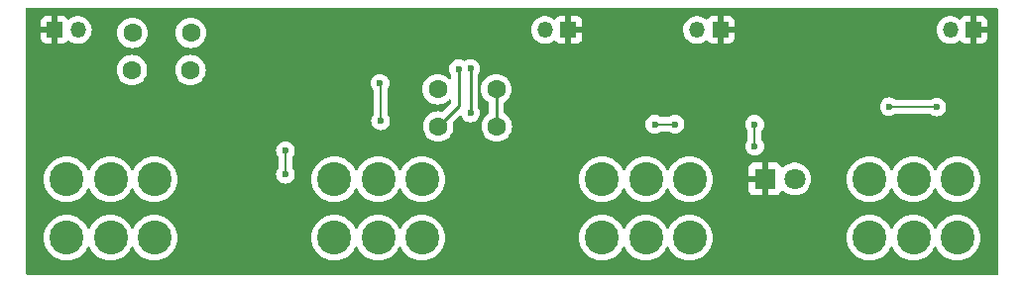
<source format=gbr>
%TF.GenerationSoftware,KiCad,Pcbnew,8.0.6*%
%TF.CreationDate,2024-11-09T16:50:09-06:00*%
%TF.ProjectId,Channel Two v2,4368616e-6e65-46c2-9054-776f2076322e,rev?*%
%TF.SameCoordinates,Original*%
%TF.FileFunction,Copper,L2,Bot*%
%TF.FilePolarity,Positive*%
%FSLAX46Y46*%
G04 Gerber Fmt 4.6, Leading zero omitted, Abs format (unit mm)*
G04 Created by KiCad (PCBNEW 8.0.6) date 2024-11-09 16:50:09*
%MOMM*%
%LPD*%
G01*
G04 APERTURE LIST*
%TA.AperFunction,ComponentPad*%
%ADD10R,1.800000X1.800000*%
%TD*%
%TA.AperFunction,ComponentPad*%
%ADD11C,1.800000*%
%TD*%
%TA.AperFunction,ComponentPad*%
%ADD12R,1.350000X1.350000*%
%TD*%
%TA.AperFunction,ComponentPad*%
%ADD13O,1.350000X1.350000*%
%TD*%
%TA.AperFunction,ComponentPad*%
%ADD14C,2.900000*%
%TD*%
%TA.AperFunction,ComponentPad*%
%ADD15C,1.600000*%
%TD*%
%TA.AperFunction,ViaPad*%
%ADD16C,0.600000*%
%TD*%
%TA.AperFunction,Conductor*%
%ADD17C,0.200000*%
%TD*%
%TA.AperFunction,Conductor*%
%ADD18C,0.250000*%
%TD*%
G04 APERTURE END LIST*
D10*
%TO.P,D1,1,K*%
%TO.N,GND*%
X153670000Y-96570800D03*
D11*
%TO.P,D1,2,A*%
%TO.N,Net-(D1-A)*%
X156210000Y-96570800D03*
%TD*%
D12*
%TO.P,J3,1,Pin_1*%
%TO.N,GND*%
X92996000Y-83820000D03*
D13*
%TO.P,J3,2,Pin_2*%
%TO.N,Net-(J3-Pin_2)*%
X94996000Y-83820000D03*
%TD*%
D12*
%TO.P,J4,1,Pin_1*%
%TO.N,GND*%
X136890000Y-83820000D03*
D13*
%TO.P,J4,2,Pin_2*%
%TO.N,Net-(J4-Pin_2)*%
X134890000Y-83820000D03*
%TD*%
D14*
%TO.P,RV3,3,3*%
%TO.N,Net-(R7-Pad2)*%
X147260000Y-101600000D03*
%TO.P,RV3,2,2*%
%TO.N,Net-(C5-Pad2)*%
X143510000Y-101600000D03*
%TO.P,RV3,1,1*%
%TO.N,Net-(R9-Pad1)*%
X139760000Y-101600000D03*
%TO.P,RV3,*%
%TO.N,*%
X139760000Y-96600000D03*
X143510000Y-96600000D03*
X147260000Y-96600000D03*
%TD*%
%TO.P,RV2,3,3*%
%TO.N,Net-(C6-Pad1)*%
X124400000Y-101600000D03*
%TO.P,RV2,2,2*%
%TO.N,Net-(R11-Pad2)*%
X120650000Y-101600000D03*
%TO.P,RV2,1,1*%
%TO.N,Net-(C6-Pad2)*%
X116900000Y-101600000D03*
%TO.P,RV2,*%
%TO.N,*%
X116900000Y-96600000D03*
X120650000Y-96600000D03*
X124400000Y-96600000D03*
%TD*%
%TO.P,RV1,3,3*%
%TO.N,Net-(R5-Pad2)*%
X170120000Y-101600000D03*
%TO.P,RV1,2,2*%
%TO.N,Net-(U1B--)*%
X166370000Y-101600000D03*
%TO.P,RV1,1,1*%
%TO.N,Net-(R6-Pad1)*%
X162620000Y-101600000D03*
%TO.P,RV1,*%
%TO.N,*%
X162620000Y-96600000D03*
X166370000Y-96600000D03*
X170120000Y-96600000D03*
%TD*%
%TO.P,RV4,1,1*%
%TO.N,Net-(R17-Pad2)*%
X94040000Y-101600000D03*
%TO.P,RV4,2,2*%
%TO.N,GNDS*%
X97790000Y-101600000D03*
%TO.P,RV4,3,3*%
X101540000Y-101600000D03*
%TO.P,RV4,4,4*%
%TO.N,Net-(R18-Pad2)*%
X94040000Y-96600000D03*
%TO.P,RV4,5,5*%
%TO.N,Net-(U2B--)*%
X97790000Y-96600000D03*
%TO.P,RV4,6,6*%
X101540000Y-96600000D03*
%TD*%
D13*
%TO.P,J2,2,Pin_2*%
%TO.N,Net-(J2-Pin_2)*%
X169500000Y-83820000D03*
D12*
%TO.P,J2,1,Pin_1*%
%TO.N,GND*%
X171500000Y-83820000D03*
%TD*%
D13*
%TO.P,J1,2,Pin_2*%
%TO.N,Net-(J1-Pin_2)*%
X147878800Y-83820000D03*
D12*
%TO.P,J1,1,Pin_1*%
%TO.N,GND*%
X149878800Y-83820000D03*
%TD*%
D15*
%TO.P,C10,1*%
%TO.N,Net-(C10-Pad1)*%
X99648000Y-84074000D03*
%TO.P,C10,2*%
%TO.N,Net-(U2B-+)*%
X104648000Y-84074000D03*
%TD*%
%TO.P,C9,1*%
%TO.N,Net-(U2A--)*%
X104608000Y-87249000D03*
%TO.P,C9,2*%
%TO.N,Net-(C10-Pad1)*%
X99608000Y-87249000D03*
%TD*%
%TO.P,C8,1*%
%TO.N,Net-(C7-Pad2)*%
X130730000Y-88900000D03*
%TO.P,C8,2*%
%TO.N,Net-(U2A-+)*%
X125730000Y-88900000D03*
%TD*%
%TO.P,C7,2*%
%TO.N,Net-(C7-Pad2)*%
X130770000Y-92075000D03*
%TO.P,C7,1*%
%TO.N,Net-(C7-Pad1)*%
X125770000Y-92075000D03*
%TD*%
D16*
%TO.N,Net-(D1-A)*%
X152806400Y-93776800D03*
X152806400Y-91891200D03*
%TO.N,Net-(U1D--)*%
X144272000Y-91897200D03*
X145999200Y-91891200D03*
%TO.N,Net-(R12-Pad1)*%
X120802400Y-88392000D03*
X120853200Y-91592400D03*
%TO.N,Net-(U1C--)*%
X164318078Y-90394294D03*
X168351200Y-90424000D03*
%TO.N,GND*%
X152908000Y-90728800D03*
%TO.N,Net-(U2A-+)*%
X112725200Y-94142000D03*
X112725200Y-96164400D03*
%TO.N,GND*%
X108051600Y-99161600D03*
%TO.N,Net-(U2B--)*%
X128524000Y-87122000D03*
X128524000Y-90932000D03*
%TO.N,Net-(C7-Pad1)*%
X127508000Y-87150000D03*
%TO.N,GND*%
X118872000Y-93218000D03*
X160537400Y-88133900D03*
X113284000Y-85852000D03*
%TD*%
D17*
%TO.N,Net-(D1-A)*%
X152806400Y-91891200D02*
X152806400Y-93776800D01*
%TO.N,Net-(U1D--)*%
X145993200Y-91897200D02*
X145999200Y-91891200D01*
X144272000Y-91897200D02*
X145993200Y-91897200D01*
%TO.N,Net-(R12-Pad1)*%
X120853200Y-88442800D02*
X120802400Y-88392000D01*
X120853200Y-91592400D02*
X120853200Y-88442800D01*
%TO.N,Net-(U1C--)*%
X164318078Y-90394294D02*
X168321494Y-90394294D01*
X168321494Y-90394294D02*
X168351200Y-90424000D01*
%TO.N,Net-(U2A-+)*%
X112725200Y-96164400D02*
X112725200Y-94142000D01*
D18*
%TO.N,Net-(C7-Pad2)*%
X130730000Y-92035000D02*
X130770000Y-92075000D01*
X130730000Y-88900000D02*
X130730000Y-92035000D01*
%TO.N,Net-(U2B--)*%
X128524000Y-90932000D02*
X128524000Y-87122000D01*
%TO.N,Net-(C7-Pad1)*%
X127508000Y-90337000D02*
X125770000Y-92075000D01*
X127508000Y-87150000D02*
X127508000Y-90337000D01*
%TD*%
%TA.AperFunction,Conductor*%
%TO.N,GND*%
G36*
X173552039Y-81934685D02*
G01*
X173597794Y-81987489D01*
X173609000Y-82039000D01*
X173609000Y-104651000D01*
X173589315Y-104718039D01*
X173536511Y-104763794D01*
X173485000Y-104775000D01*
X90675000Y-104775000D01*
X90607961Y-104755315D01*
X90562206Y-104702511D01*
X90551000Y-104651000D01*
X90551000Y-101599998D01*
X92084518Y-101599998D01*
X92084518Y-101600001D01*
X92104422Y-101878299D01*
X92163727Y-102150916D01*
X92163729Y-102150923D01*
X92165000Y-102154330D01*
X92261231Y-102412338D01*
X92261233Y-102412342D01*
X92394940Y-102657207D01*
X92394945Y-102657215D01*
X92562138Y-102880560D01*
X92562154Y-102880578D01*
X92759421Y-103077845D01*
X92759439Y-103077861D01*
X92982784Y-103245054D01*
X92982792Y-103245059D01*
X93227657Y-103378766D01*
X93227661Y-103378768D01*
X93227663Y-103378769D01*
X93489077Y-103476271D01*
X93625391Y-103505924D01*
X93761700Y-103535577D01*
X93761702Y-103535577D01*
X93761706Y-103535578D01*
X94009014Y-103553265D01*
X94039999Y-103555482D01*
X94040000Y-103555482D01*
X94040001Y-103555482D01*
X94067881Y-103553487D01*
X94318294Y-103535578D01*
X94590923Y-103476271D01*
X94852337Y-103378769D01*
X95097213Y-103245056D01*
X95320568Y-103077855D01*
X95517855Y-102880568D01*
X95685056Y-102657213D01*
X95806168Y-102435414D01*
X95855573Y-102386009D01*
X95923846Y-102371157D01*
X95989310Y-102395574D01*
X96023832Y-102435414D01*
X96144940Y-102657207D01*
X96144945Y-102657215D01*
X96312138Y-102880560D01*
X96312154Y-102880578D01*
X96509421Y-103077845D01*
X96509439Y-103077861D01*
X96732784Y-103245054D01*
X96732792Y-103245059D01*
X96977657Y-103378766D01*
X96977661Y-103378768D01*
X96977663Y-103378769D01*
X97239077Y-103476271D01*
X97375391Y-103505924D01*
X97511700Y-103535577D01*
X97511702Y-103535577D01*
X97511706Y-103535578D01*
X97759014Y-103553265D01*
X97789999Y-103555482D01*
X97790000Y-103555482D01*
X97790001Y-103555482D01*
X97817881Y-103553487D01*
X98068294Y-103535578D01*
X98340923Y-103476271D01*
X98602337Y-103378769D01*
X98847213Y-103245056D01*
X99070568Y-103077855D01*
X99267855Y-102880568D01*
X99435056Y-102657213D01*
X99556168Y-102435414D01*
X99605573Y-102386009D01*
X99673846Y-102371157D01*
X99739310Y-102395574D01*
X99773832Y-102435414D01*
X99894940Y-102657207D01*
X99894945Y-102657215D01*
X100062138Y-102880560D01*
X100062154Y-102880578D01*
X100259421Y-103077845D01*
X100259439Y-103077861D01*
X100482784Y-103245054D01*
X100482792Y-103245059D01*
X100727657Y-103378766D01*
X100727661Y-103378768D01*
X100727663Y-103378769D01*
X100989077Y-103476271D01*
X101125391Y-103505924D01*
X101261700Y-103535577D01*
X101261702Y-103535577D01*
X101261706Y-103535578D01*
X101509014Y-103553265D01*
X101539999Y-103555482D01*
X101540000Y-103555482D01*
X101540001Y-103555482D01*
X101567881Y-103553487D01*
X101818294Y-103535578D01*
X102090923Y-103476271D01*
X102352337Y-103378769D01*
X102597213Y-103245056D01*
X102820568Y-103077855D01*
X103017855Y-102880568D01*
X103185056Y-102657213D01*
X103318769Y-102412337D01*
X103416271Y-102150923D01*
X103475578Y-101878294D01*
X103495482Y-101600000D01*
X103495482Y-101599998D01*
X114944518Y-101599998D01*
X114944518Y-101600001D01*
X114964422Y-101878299D01*
X115023727Y-102150916D01*
X115023729Y-102150923D01*
X115025000Y-102154330D01*
X115121231Y-102412338D01*
X115121233Y-102412342D01*
X115254940Y-102657207D01*
X115254945Y-102657215D01*
X115422138Y-102880560D01*
X115422154Y-102880578D01*
X115619421Y-103077845D01*
X115619439Y-103077861D01*
X115842784Y-103245054D01*
X115842792Y-103245059D01*
X116087657Y-103378766D01*
X116087661Y-103378768D01*
X116087663Y-103378769D01*
X116349077Y-103476271D01*
X116485391Y-103505924D01*
X116621700Y-103535577D01*
X116621702Y-103535577D01*
X116621706Y-103535578D01*
X116869014Y-103553265D01*
X116899999Y-103555482D01*
X116900000Y-103555482D01*
X116900001Y-103555482D01*
X116927881Y-103553487D01*
X117178294Y-103535578D01*
X117450923Y-103476271D01*
X117712337Y-103378769D01*
X117957213Y-103245056D01*
X118180568Y-103077855D01*
X118377855Y-102880568D01*
X118545056Y-102657213D01*
X118666168Y-102435414D01*
X118715573Y-102386009D01*
X118783846Y-102371157D01*
X118849310Y-102395574D01*
X118883832Y-102435414D01*
X119004940Y-102657207D01*
X119004945Y-102657215D01*
X119172138Y-102880560D01*
X119172154Y-102880578D01*
X119369421Y-103077845D01*
X119369439Y-103077861D01*
X119592784Y-103245054D01*
X119592792Y-103245059D01*
X119837657Y-103378766D01*
X119837661Y-103378768D01*
X119837663Y-103378769D01*
X120099077Y-103476271D01*
X120235391Y-103505924D01*
X120371700Y-103535577D01*
X120371702Y-103535577D01*
X120371706Y-103535578D01*
X120619014Y-103553265D01*
X120649999Y-103555482D01*
X120650000Y-103555482D01*
X120650001Y-103555482D01*
X120677881Y-103553487D01*
X120928294Y-103535578D01*
X121200923Y-103476271D01*
X121462337Y-103378769D01*
X121707213Y-103245056D01*
X121930568Y-103077855D01*
X122127855Y-102880568D01*
X122295056Y-102657213D01*
X122416168Y-102435414D01*
X122465573Y-102386009D01*
X122533846Y-102371157D01*
X122599310Y-102395574D01*
X122633832Y-102435414D01*
X122754940Y-102657207D01*
X122754945Y-102657215D01*
X122922138Y-102880560D01*
X122922154Y-102880578D01*
X123119421Y-103077845D01*
X123119439Y-103077861D01*
X123342784Y-103245054D01*
X123342792Y-103245059D01*
X123587657Y-103378766D01*
X123587661Y-103378768D01*
X123587663Y-103378769D01*
X123849077Y-103476271D01*
X123985391Y-103505924D01*
X124121700Y-103535577D01*
X124121702Y-103535577D01*
X124121706Y-103535578D01*
X124369014Y-103553265D01*
X124399999Y-103555482D01*
X124400000Y-103555482D01*
X124400001Y-103555482D01*
X124427881Y-103553487D01*
X124678294Y-103535578D01*
X124950923Y-103476271D01*
X125212337Y-103378769D01*
X125457213Y-103245056D01*
X125680568Y-103077855D01*
X125877855Y-102880568D01*
X126045056Y-102657213D01*
X126178769Y-102412337D01*
X126276271Y-102150923D01*
X126335578Y-101878294D01*
X126355482Y-101600000D01*
X126355482Y-101599998D01*
X137804518Y-101599998D01*
X137804518Y-101600001D01*
X137824422Y-101878299D01*
X137883727Y-102150916D01*
X137883729Y-102150923D01*
X137885000Y-102154330D01*
X137981231Y-102412338D01*
X137981233Y-102412342D01*
X138114940Y-102657207D01*
X138114945Y-102657215D01*
X138282138Y-102880560D01*
X138282154Y-102880578D01*
X138479421Y-103077845D01*
X138479439Y-103077861D01*
X138702784Y-103245054D01*
X138702792Y-103245059D01*
X138947657Y-103378766D01*
X138947661Y-103378768D01*
X138947663Y-103378769D01*
X139209077Y-103476271D01*
X139345391Y-103505924D01*
X139481700Y-103535577D01*
X139481702Y-103535577D01*
X139481706Y-103535578D01*
X139729014Y-103553265D01*
X139759999Y-103555482D01*
X139760000Y-103555482D01*
X139760001Y-103555482D01*
X139787881Y-103553487D01*
X140038294Y-103535578D01*
X140310923Y-103476271D01*
X140572337Y-103378769D01*
X140817213Y-103245056D01*
X141040568Y-103077855D01*
X141237855Y-102880568D01*
X141405056Y-102657213D01*
X141526168Y-102435414D01*
X141575573Y-102386009D01*
X141643846Y-102371157D01*
X141709310Y-102395574D01*
X141743832Y-102435414D01*
X141864940Y-102657207D01*
X141864945Y-102657215D01*
X142032138Y-102880560D01*
X142032154Y-102880578D01*
X142229421Y-103077845D01*
X142229439Y-103077861D01*
X142452784Y-103245054D01*
X142452792Y-103245059D01*
X142697657Y-103378766D01*
X142697661Y-103378768D01*
X142697663Y-103378769D01*
X142959077Y-103476271D01*
X143095391Y-103505924D01*
X143231700Y-103535577D01*
X143231702Y-103535577D01*
X143231706Y-103535578D01*
X143479014Y-103553265D01*
X143509999Y-103555482D01*
X143510000Y-103555482D01*
X143510001Y-103555482D01*
X143537881Y-103553487D01*
X143788294Y-103535578D01*
X144060923Y-103476271D01*
X144322337Y-103378769D01*
X144567213Y-103245056D01*
X144790568Y-103077855D01*
X144987855Y-102880568D01*
X145155056Y-102657213D01*
X145276168Y-102435414D01*
X145325573Y-102386009D01*
X145393846Y-102371157D01*
X145459310Y-102395574D01*
X145493832Y-102435414D01*
X145614940Y-102657207D01*
X145614945Y-102657215D01*
X145782138Y-102880560D01*
X145782154Y-102880578D01*
X145979421Y-103077845D01*
X145979439Y-103077861D01*
X146202784Y-103245054D01*
X146202792Y-103245059D01*
X146447657Y-103378766D01*
X146447661Y-103378768D01*
X146447663Y-103378769D01*
X146709077Y-103476271D01*
X146845391Y-103505924D01*
X146981700Y-103535577D01*
X146981702Y-103535577D01*
X146981706Y-103535578D01*
X147229014Y-103553265D01*
X147259999Y-103555482D01*
X147260000Y-103555482D01*
X147260001Y-103555482D01*
X147287881Y-103553487D01*
X147538294Y-103535578D01*
X147810923Y-103476271D01*
X148072337Y-103378769D01*
X148317213Y-103245056D01*
X148540568Y-103077855D01*
X148737855Y-102880568D01*
X148905056Y-102657213D01*
X149038769Y-102412337D01*
X149136271Y-102150923D01*
X149195578Y-101878294D01*
X149215482Y-101600000D01*
X149215482Y-101599998D01*
X160664518Y-101599998D01*
X160664518Y-101600001D01*
X160684422Y-101878299D01*
X160743727Y-102150916D01*
X160743729Y-102150923D01*
X160745000Y-102154330D01*
X160841231Y-102412338D01*
X160841233Y-102412342D01*
X160974940Y-102657207D01*
X160974945Y-102657215D01*
X161142138Y-102880560D01*
X161142154Y-102880578D01*
X161339421Y-103077845D01*
X161339439Y-103077861D01*
X161562784Y-103245054D01*
X161562792Y-103245059D01*
X161807657Y-103378766D01*
X161807661Y-103378768D01*
X161807663Y-103378769D01*
X162069077Y-103476271D01*
X162205391Y-103505924D01*
X162341700Y-103535577D01*
X162341702Y-103535577D01*
X162341706Y-103535578D01*
X162589014Y-103553265D01*
X162619999Y-103555482D01*
X162620000Y-103555482D01*
X162620001Y-103555482D01*
X162647881Y-103553487D01*
X162898294Y-103535578D01*
X163170923Y-103476271D01*
X163432337Y-103378769D01*
X163677213Y-103245056D01*
X163900568Y-103077855D01*
X164097855Y-102880568D01*
X164265056Y-102657213D01*
X164386168Y-102435414D01*
X164435573Y-102386009D01*
X164503846Y-102371157D01*
X164569310Y-102395574D01*
X164603832Y-102435414D01*
X164724940Y-102657207D01*
X164724945Y-102657215D01*
X164892138Y-102880560D01*
X164892154Y-102880578D01*
X165089421Y-103077845D01*
X165089439Y-103077861D01*
X165312784Y-103245054D01*
X165312792Y-103245059D01*
X165557657Y-103378766D01*
X165557661Y-103378768D01*
X165557663Y-103378769D01*
X165819077Y-103476271D01*
X165955391Y-103505924D01*
X166091700Y-103535577D01*
X166091702Y-103535577D01*
X166091706Y-103535578D01*
X166339014Y-103553265D01*
X166369999Y-103555482D01*
X166370000Y-103555482D01*
X166370001Y-103555482D01*
X166397881Y-103553487D01*
X166648294Y-103535578D01*
X166920923Y-103476271D01*
X167182337Y-103378769D01*
X167427213Y-103245056D01*
X167650568Y-103077855D01*
X167847855Y-102880568D01*
X168015056Y-102657213D01*
X168136168Y-102435414D01*
X168185573Y-102386009D01*
X168253846Y-102371157D01*
X168319310Y-102395574D01*
X168353832Y-102435414D01*
X168474940Y-102657207D01*
X168474945Y-102657215D01*
X168642138Y-102880560D01*
X168642154Y-102880578D01*
X168839421Y-103077845D01*
X168839439Y-103077861D01*
X169062784Y-103245054D01*
X169062792Y-103245059D01*
X169307657Y-103378766D01*
X169307661Y-103378768D01*
X169307663Y-103378769D01*
X169569077Y-103476271D01*
X169705391Y-103505924D01*
X169841700Y-103535577D01*
X169841702Y-103535577D01*
X169841706Y-103535578D01*
X170089014Y-103553265D01*
X170119999Y-103555482D01*
X170120000Y-103555482D01*
X170120001Y-103555482D01*
X170147881Y-103553487D01*
X170398294Y-103535578D01*
X170670923Y-103476271D01*
X170932337Y-103378769D01*
X171177213Y-103245056D01*
X171400568Y-103077855D01*
X171597855Y-102880568D01*
X171765056Y-102657213D01*
X171898769Y-102412337D01*
X171996271Y-102150923D01*
X172055578Y-101878294D01*
X172075482Y-101600000D01*
X172055578Y-101321706D01*
X171996271Y-101049077D01*
X171898769Y-100787663D01*
X171886167Y-100764585D01*
X171765059Y-100542792D01*
X171765054Y-100542784D01*
X171597861Y-100319439D01*
X171597845Y-100319421D01*
X171400578Y-100122154D01*
X171400560Y-100122138D01*
X171177215Y-99954945D01*
X171177207Y-99954940D01*
X170932342Y-99821233D01*
X170932338Y-99821231D01*
X170833230Y-99784266D01*
X170670923Y-99723729D01*
X170670919Y-99723728D01*
X170670916Y-99723727D01*
X170398299Y-99664422D01*
X170120001Y-99644518D01*
X170119999Y-99644518D01*
X169841700Y-99664422D01*
X169569083Y-99723727D01*
X169569078Y-99723728D01*
X169569077Y-99723729D01*
X169505875Y-99747301D01*
X169307661Y-99821231D01*
X169307657Y-99821233D01*
X169062792Y-99954940D01*
X169062784Y-99954945D01*
X168839439Y-100122138D01*
X168839421Y-100122154D01*
X168642154Y-100319421D01*
X168642138Y-100319439D01*
X168474945Y-100542784D01*
X168474940Y-100542792D01*
X168353832Y-100764585D01*
X168304427Y-100813990D01*
X168236154Y-100828842D01*
X168170689Y-100804425D01*
X168136168Y-100764585D01*
X168015059Y-100542792D01*
X168015054Y-100542784D01*
X167847861Y-100319439D01*
X167847845Y-100319421D01*
X167650578Y-100122154D01*
X167650560Y-100122138D01*
X167427215Y-99954945D01*
X167427207Y-99954940D01*
X167182342Y-99821233D01*
X167182338Y-99821231D01*
X167083230Y-99784266D01*
X166920923Y-99723729D01*
X166920919Y-99723728D01*
X166920916Y-99723727D01*
X166648299Y-99664422D01*
X166370001Y-99644518D01*
X166369999Y-99644518D01*
X166091700Y-99664422D01*
X165819083Y-99723727D01*
X165819078Y-99723728D01*
X165819077Y-99723729D01*
X165755875Y-99747301D01*
X165557661Y-99821231D01*
X165557657Y-99821233D01*
X165312792Y-99954940D01*
X165312784Y-99954945D01*
X165089439Y-100122138D01*
X165089421Y-100122154D01*
X164892154Y-100319421D01*
X164892138Y-100319439D01*
X164724945Y-100542784D01*
X164724940Y-100542792D01*
X164603832Y-100764585D01*
X164554427Y-100813990D01*
X164486154Y-100828842D01*
X164420689Y-100804425D01*
X164386168Y-100764585D01*
X164265059Y-100542792D01*
X164265054Y-100542784D01*
X164097861Y-100319439D01*
X164097845Y-100319421D01*
X163900578Y-100122154D01*
X163900560Y-100122138D01*
X163677215Y-99954945D01*
X163677207Y-99954940D01*
X163432342Y-99821233D01*
X163432338Y-99821231D01*
X163333230Y-99784266D01*
X163170923Y-99723729D01*
X163170919Y-99723728D01*
X163170916Y-99723727D01*
X162898299Y-99664422D01*
X162620001Y-99644518D01*
X162619999Y-99644518D01*
X162341700Y-99664422D01*
X162069083Y-99723727D01*
X162069078Y-99723728D01*
X162069077Y-99723729D01*
X162005875Y-99747301D01*
X161807661Y-99821231D01*
X161807657Y-99821233D01*
X161562792Y-99954940D01*
X161562784Y-99954945D01*
X161339439Y-100122138D01*
X161339421Y-100122154D01*
X161142154Y-100319421D01*
X161142138Y-100319439D01*
X160974945Y-100542784D01*
X160974940Y-100542792D01*
X160841233Y-100787657D01*
X160841231Y-100787661D01*
X160743727Y-101049083D01*
X160684422Y-101321700D01*
X160664518Y-101599998D01*
X149215482Y-101599998D01*
X149195578Y-101321706D01*
X149136271Y-101049077D01*
X149038769Y-100787663D01*
X149026167Y-100764585D01*
X148905059Y-100542792D01*
X148905054Y-100542784D01*
X148737861Y-100319439D01*
X148737845Y-100319421D01*
X148540578Y-100122154D01*
X148540560Y-100122138D01*
X148317215Y-99954945D01*
X148317207Y-99954940D01*
X148072342Y-99821233D01*
X148072338Y-99821231D01*
X147973230Y-99784266D01*
X147810923Y-99723729D01*
X147810919Y-99723728D01*
X147810916Y-99723727D01*
X147538299Y-99664422D01*
X147260001Y-99644518D01*
X147259999Y-99644518D01*
X146981700Y-99664422D01*
X146709083Y-99723727D01*
X146709078Y-99723728D01*
X146709077Y-99723729D01*
X146645875Y-99747301D01*
X146447661Y-99821231D01*
X146447657Y-99821233D01*
X146202792Y-99954940D01*
X146202784Y-99954945D01*
X145979439Y-100122138D01*
X145979421Y-100122154D01*
X145782154Y-100319421D01*
X145782138Y-100319439D01*
X145614945Y-100542784D01*
X145614940Y-100542792D01*
X145493832Y-100764585D01*
X145444427Y-100813990D01*
X145376154Y-100828842D01*
X145310689Y-100804425D01*
X145276168Y-100764585D01*
X145155059Y-100542792D01*
X145155054Y-100542784D01*
X144987861Y-100319439D01*
X144987845Y-100319421D01*
X144790578Y-100122154D01*
X144790560Y-100122138D01*
X144567215Y-99954945D01*
X144567207Y-99954940D01*
X144322342Y-99821233D01*
X144322338Y-99821231D01*
X144223230Y-99784266D01*
X144060923Y-99723729D01*
X144060919Y-99723728D01*
X144060916Y-99723727D01*
X143788299Y-99664422D01*
X143510001Y-99644518D01*
X143509999Y-99644518D01*
X143231700Y-99664422D01*
X142959083Y-99723727D01*
X142959078Y-99723728D01*
X142959077Y-99723729D01*
X142895875Y-99747301D01*
X142697661Y-99821231D01*
X142697657Y-99821233D01*
X142452792Y-99954940D01*
X142452784Y-99954945D01*
X142229439Y-100122138D01*
X142229421Y-100122154D01*
X142032154Y-100319421D01*
X142032138Y-100319439D01*
X141864945Y-100542784D01*
X141864940Y-100542792D01*
X141743832Y-100764585D01*
X141694427Y-100813990D01*
X141626154Y-100828842D01*
X141560689Y-100804425D01*
X141526168Y-100764585D01*
X141405059Y-100542792D01*
X141405054Y-100542784D01*
X141237861Y-100319439D01*
X141237845Y-100319421D01*
X141040578Y-100122154D01*
X141040560Y-100122138D01*
X140817215Y-99954945D01*
X140817207Y-99954940D01*
X140572342Y-99821233D01*
X140572338Y-99821231D01*
X140473230Y-99784266D01*
X140310923Y-99723729D01*
X140310919Y-99723728D01*
X140310916Y-99723727D01*
X140038299Y-99664422D01*
X139760001Y-99644518D01*
X139759999Y-99644518D01*
X139481700Y-99664422D01*
X139209083Y-99723727D01*
X139209078Y-99723728D01*
X139209077Y-99723729D01*
X139145875Y-99747301D01*
X138947661Y-99821231D01*
X138947657Y-99821233D01*
X138702792Y-99954940D01*
X138702784Y-99954945D01*
X138479439Y-100122138D01*
X138479421Y-100122154D01*
X138282154Y-100319421D01*
X138282138Y-100319439D01*
X138114945Y-100542784D01*
X138114940Y-100542792D01*
X137981233Y-100787657D01*
X137981231Y-100787661D01*
X137883727Y-101049083D01*
X137824422Y-101321700D01*
X137804518Y-101599998D01*
X126355482Y-101599998D01*
X126335578Y-101321706D01*
X126276271Y-101049077D01*
X126178769Y-100787663D01*
X126166167Y-100764585D01*
X126045059Y-100542792D01*
X126045054Y-100542784D01*
X125877861Y-100319439D01*
X125877845Y-100319421D01*
X125680578Y-100122154D01*
X125680560Y-100122138D01*
X125457215Y-99954945D01*
X125457207Y-99954940D01*
X125212342Y-99821233D01*
X125212338Y-99821231D01*
X125113230Y-99784266D01*
X124950923Y-99723729D01*
X124950919Y-99723728D01*
X124950916Y-99723727D01*
X124678299Y-99664422D01*
X124400001Y-99644518D01*
X124399999Y-99644518D01*
X124121700Y-99664422D01*
X123849083Y-99723727D01*
X123849078Y-99723728D01*
X123849077Y-99723729D01*
X123785875Y-99747301D01*
X123587661Y-99821231D01*
X123587657Y-99821233D01*
X123342792Y-99954940D01*
X123342784Y-99954945D01*
X123119439Y-100122138D01*
X123119421Y-100122154D01*
X122922154Y-100319421D01*
X122922138Y-100319439D01*
X122754945Y-100542784D01*
X122754940Y-100542792D01*
X122633832Y-100764585D01*
X122584427Y-100813990D01*
X122516154Y-100828842D01*
X122450689Y-100804425D01*
X122416168Y-100764585D01*
X122295059Y-100542792D01*
X122295054Y-100542784D01*
X122127861Y-100319439D01*
X122127845Y-100319421D01*
X121930578Y-100122154D01*
X121930560Y-100122138D01*
X121707215Y-99954945D01*
X121707207Y-99954940D01*
X121462342Y-99821233D01*
X121462338Y-99821231D01*
X121363230Y-99784266D01*
X121200923Y-99723729D01*
X121200919Y-99723728D01*
X121200916Y-99723727D01*
X120928299Y-99664422D01*
X120650001Y-99644518D01*
X120649999Y-99644518D01*
X120371700Y-99664422D01*
X120099083Y-99723727D01*
X120099078Y-99723728D01*
X120099077Y-99723729D01*
X120035875Y-99747301D01*
X119837661Y-99821231D01*
X119837657Y-99821233D01*
X119592792Y-99954940D01*
X119592784Y-99954945D01*
X119369439Y-100122138D01*
X119369421Y-100122154D01*
X119172154Y-100319421D01*
X119172138Y-100319439D01*
X119004945Y-100542784D01*
X119004940Y-100542792D01*
X118883832Y-100764585D01*
X118834427Y-100813990D01*
X118766154Y-100828842D01*
X118700689Y-100804425D01*
X118666168Y-100764585D01*
X118545059Y-100542792D01*
X118545054Y-100542784D01*
X118377861Y-100319439D01*
X118377845Y-100319421D01*
X118180578Y-100122154D01*
X118180560Y-100122138D01*
X117957215Y-99954945D01*
X117957207Y-99954940D01*
X117712342Y-99821233D01*
X117712338Y-99821231D01*
X117613230Y-99784266D01*
X117450923Y-99723729D01*
X117450919Y-99723728D01*
X117450916Y-99723727D01*
X117178299Y-99664422D01*
X116900001Y-99644518D01*
X116899999Y-99644518D01*
X116621700Y-99664422D01*
X116349083Y-99723727D01*
X116349078Y-99723728D01*
X116349077Y-99723729D01*
X116285875Y-99747301D01*
X116087661Y-99821231D01*
X116087657Y-99821233D01*
X115842792Y-99954940D01*
X115842784Y-99954945D01*
X115619439Y-100122138D01*
X115619421Y-100122154D01*
X115422154Y-100319421D01*
X115422138Y-100319439D01*
X115254945Y-100542784D01*
X115254940Y-100542792D01*
X115121233Y-100787657D01*
X115121231Y-100787661D01*
X115023727Y-101049083D01*
X114964422Y-101321700D01*
X114944518Y-101599998D01*
X103495482Y-101599998D01*
X103475578Y-101321706D01*
X103416271Y-101049077D01*
X103318769Y-100787663D01*
X103306167Y-100764585D01*
X103185059Y-100542792D01*
X103185054Y-100542784D01*
X103017861Y-100319439D01*
X103017845Y-100319421D01*
X102820578Y-100122154D01*
X102820560Y-100122138D01*
X102597215Y-99954945D01*
X102597207Y-99954940D01*
X102352342Y-99821233D01*
X102352338Y-99821231D01*
X102253230Y-99784266D01*
X102090923Y-99723729D01*
X102090919Y-99723728D01*
X102090916Y-99723727D01*
X101818299Y-99664422D01*
X101540001Y-99644518D01*
X101539999Y-99644518D01*
X101261700Y-99664422D01*
X100989083Y-99723727D01*
X100989078Y-99723728D01*
X100989077Y-99723729D01*
X100925875Y-99747301D01*
X100727661Y-99821231D01*
X100727657Y-99821233D01*
X100482792Y-99954940D01*
X100482784Y-99954945D01*
X100259439Y-100122138D01*
X100259421Y-100122154D01*
X100062154Y-100319421D01*
X100062138Y-100319439D01*
X99894945Y-100542784D01*
X99894940Y-100542792D01*
X99773832Y-100764585D01*
X99724427Y-100813990D01*
X99656154Y-100828842D01*
X99590689Y-100804425D01*
X99556168Y-100764585D01*
X99435059Y-100542792D01*
X99435054Y-100542784D01*
X99267861Y-100319439D01*
X99267845Y-100319421D01*
X99070578Y-100122154D01*
X99070560Y-100122138D01*
X98847215Y-99954945D01*
X98847207Y-99954940D01*
X98602342Y-99821233D01*
X98602338Y-99821231D01*
X98503230Y-99784266D01*
X98340923Y-99723729D01*
X98340919Y-99723728D01*
X98340916Y-99723727D01*
X98068299Y-99664422D01*
X97790001Y-99644518D01*
X97789999Y-99644518D01*
X97511700Y-99664422D01*
X97239083Y-99723727D01*
X97239078Y-99723728D01*
X97239077Y-99723729D01*
X97175875Y-99747301D01*
X96977661Y-99821231D01*
X96977657Y-99821233D01*
X96732792Y-99954940D01*
X96732784Y-99954945D01*
X96509439Y-100122138D01*
X96509421Y-100122154D01*
X96312154Y-100319421D01*
X96312138Y-100319439D01*
X96144945Y-100542784D01*
X96144940Y-100542792D01*
X96023832Y-100764585D01*
X95974427Y-100813990D01*
X95906154Y-100828842D01*
X95840689Y-100804425D01*
X95806168Y-100764585D01*
X95685059Y-100542792D01*
X95685054Y-100542784D01*
X95517861Y-100319439D01*
X95517845Y-100319421D01*
X95320578Y-100122154D01*
X95320560Y-100122138D01*
X95097215Y-99954945D01*
X95097207Y-99954940D01*
X94852342Y-99821233D01*
X94852338Y-99821231D01*
X94753230Y-99784266D01*
X94590923Y-99723729D01*
X94590919Y-99723728D01*
X94590916Y-99723727D01*
X94318299Y-99664422D01*
X94040001Y-99644518D01*
X94039999Y-99644518D01*
X93761700Y-99664422D01*
X93489083Y-99723727D01*
X93489078Y-99723728D01*
X93489077Y-99723729D01*
X93425875Y-99747301D01*
X93227661Y-99821231D01*
X93227657Y-99821233D01*
X92982792Y-99954940D01*
X92982784Y-99954945D01*
X92759439Y-100122138D01*
X92759421Y-100122154D01*
X92562154Y-100319421D01*
X92562138Y-100319439D01*
X92394945Y-100542784D01*
X92394940Y-100542792D01*
X92261233Y-100787657D01*
X92261231Y-100787661D01*
X92163727Y-101049083D01*
X92104422Y-101321700D01*
X92084518Y-101599998D01*
X90551000Y-101599998D01*
X90551000Y-96599998D01*
X92084518Y-96599998D01*
X92084518Y-96600001D01*
X92104422Y-96878299D01*
X92163727Y-97150916D01*
X92163729Y-97150923D01*
X92165000Y-97154330D01*
X92261231Y-97412338D01*
X92261233Y-97412342D01*
X92394940Y-97657207D01*
X92394945Y-97657215D01*
X92562138Y-97880560D01*
X92562154Y-97880578D01*
X92759421Y-98077845D01*
X92759439Y-98077861D01*
X92982784Y-98245054D01*
X92982792Y-98245059D01*
X93227657Y-98378766D01*
X93227661Y-98378768D01*
X93227663Y-98378769D01*
X93489077Y-98476271D01*
X93625391Y-98505924D01*
X93761700Y-98535577D01*
X93761702Y-98535577D01*
X93761706Y-98535578D01*
X94009014Y-98553265D01*
X94039999Y-98555482D01*
X94040000Y-98555482D01*
X94040001Y-98555482D01*
X94067881Y-98553487D01*
X94318294Y-98535578D01*
X94590923Y-98476271D01*
X94852337Y-98378769D01*
X95097213Y-98245056D01*
X95320568Y-98077855D01*
X95517855Y-97880568D01*
X95685056Y-97657213D01*
X95806168Y-97435414D01*
X95855573Y-97386009D01*
X95923846Y-97371157D01*
X95989310Y-97395574D01*
X96023832Y-97435414D01*
X96144940Y-97657207D01*
X96144945Y-97657215D01*
X96312138Y-97880560D01*
X96312154Y-97880578D01*
X96509421Y-98077845D01*
X96509439Y-98077861D01*
X96732784Y-98245054D01*
X96732792Y-98245059D01*
X96977657Y-98378766D01*
X96977661Y-98378768D01*
X96977663Y-98378769D01*
X97239077Y-98476271D01*
X97375391Y-98505924D01*
X97511700Y-98535577D01*
X97511702Y-98535577D01*
X97511706Y-98535578D01*
X97759014Y-98553265D01*
X97789999Y-98555482D01*
X97790000Y-98555482D01*
X97790001Y-98555482D01*
X97817881Y-98553487D01*
X98068294Y-98535578D01*
X98340923Y-98476271D01*
X98602337Y-98378769D01*
X98847213Y-98245056D01*
X99070568Y-98077855D01*
X99267855Y-97880568D01*
X99435056Y-97657213D01*
X99556168Y-97435414D01*
X99605573Y-97386009D01*
X99673846Y-97371157D01*
X99739310Y-97395574D01*
X99773832Y-97435414D01*
X99894940Y-97657207D01*
X99894945Y-97657215D01*
X100062138Y-97880560D01*
X100062154Y-97880578D01*
X100259421Y-98077845D01*
X100259439Y-98077861D01*
X100482784Y-98245054D01*
X100482792Y-98245059D01*
X100727657Y-98378766D01*
X100727661Y-98378768D01*
X100727663Y-98378769D01*
X100989077Y-98476271D01*
X101125391Y-98505924D01*
X101261700Y-98535577D01*
X101261702Y-98535577D01*
X101261706Y-98535578D01*
X101509014Y-98553265D01*
X101539999Y-98555482D01*
X101540000Y-98555482D01*
X101540001Y-98555482D01*
X101567881Y-98553487D01*
X101818294Y-98535578D01*
X102090923Y-98476271D01*
X102352337Y-98378769D01*
X102597213Y-98245056D01*
X102820568Y-98077855D01*
X103017855Y-97880568D01*
X103185056Y-97657213D01*
X103318769Y-97412337D01*
X103416271Y-97150923D01*
X103475578Y-96878294D01*
X103495482Y-96600000D01*
X103475578Y-96321706D01*
X103469658Y-96294494D01*
X103416272Y-96049083D01*
X103416271Y-96049077D01*
X103318769Y-95787663D01*
X103306167Y-95764585D01*
X103185059Y-95542792D01*
X103185054Y-95542784D01*
X103017861Y-95319439D01*
X103017845Y-95319421D01*
X102820578Y-95122154D01*
X102820560Y-95122138D01*
X102597215Y-94954945D01*
X102597207Y-94954940D01*
X102352342Y-94821233D01*
X102352338Y-94821231D01*
X102253230Y-94784266D01*
X102090923Y-94723729D01*
X102090919Y-94723728D01*
X102090916Y-94723727D01*
X101818299Y-94664422D01*
X101540001Y-94644518D01*
X101539999Y-94644518D01*
X101261700Y-94664422D01*
X100989083Y-94723727D01*
X100989078Y-94723728D01*
X100989077Y-94723729D01*
X100987246Y-94724412D01*
X100727661Y-94821231D01*
X100727657Y-94821233D01*
X100482792Y-94954940D01*
X100482784Y-94954945D01*
X100259439Y-95122138D01*
X100259421Y-95122154D01*
X100062154Y-95319421D01*
X100062138Y-95319439D01*
X99894945Y-95542784D01*
X99894940Y-95542792D01*
X99773832Y-95764585D01*
X99724427Y-95813990D01*
X99656154Y-95828842D01*
X99590689Y-95804425D01*
X99556168Y-95764585D01*
X99435059Y-95542792D01*
X99435054Y-95542784D01*
X99267861Y-95319439D01*
X99267845Y-95319421D01*
X99070578Y-95122154D01*
X99070560Y-95122138D01*
X98847215Y-94954945D01*
X98847207Y-94954940D01*
X98602342Y-94821233D01*
X98602338Y-94821231D01*
X98503230Y-94784266D01*
X98340923Y-94723729D01*
X98340919Y-94723728D01*
X98340916Y-94723727D01*
X98068299Y-94664422D01*
X97790001Y-94644518D01*
X97789999Y-94644518D01*
X97511700Y-94664422D01*
X97239083Y-94723727D01*
X97239078Y-94723728D01*
X97239077Y-94723729D01*
X97237246Y-94724412D01*
X96977661Y-94821231D01*
X96977657Y-94821233D01*
X96732792Y-94954940D01*
X96732784Y-94954945D01*
X96509439Y-95122138D01*
X96509421Y-95122154D01*
X96312154Y-95319421D01*
X96312138Y-95319439D01*
X96144945Y-95542784D01*
X96144940Y-95542792D01*
X96023832Y-95764585D01*
X95974427Y-95813990D01*
X95906154Y-95828842D01*
X95840689Y-95804425D01*
X95806168Y-95764585D01*
X95685059Y-95542792D01*
X95685054Y-95542784D01*
X95517861Y-95319439D01*
X95517845Y-95319421D01*
X95320578Y-95122154D01*
X95320560Y-95122138D01*
X95097215Y-94954945D01*
X95097207Y-94954940D01*
X94852342Y-94821233D01*
X94852338Y-94821231D01*
X94753230Y-94784266D01*
X94590923Y-94723729D01*
X94590919Y-94723728D01*
X94590916Y-94723727D01*
X94318299Y-94664422D01*
X94040001Y-94644518D01*
X94039999Y-94644518D01*
X93761700Y-94664422D01*
X93489083Y-94723727D01*
X93489078Y-94723728D01*
X93489077Y-94723729D01*
X93487246Y-94724412D01*
X93227661Y-94821231D01*
X93227657Y-94821233D01*
X92982792Y-94954940D01*
X92982784Y-94954945D01*
X92759439Y-95122138D01*
X92759421Y-95122154D01*
X92562154Y-95319421D01*
X92562138Y-95319439D01*
X92394945Y-95542784D01*
X92394940Y-95542792D01*
X92261233Y-95787657D01*
X92261231Y-95787661D01*
X92163727Y-96049083D01*
X92104422Y-96321700D01*
X92084518Y-96599998D01*
X90551000Y-96599998D01*
X90551000Y-94141996D01*
X111919635Y-94141996D01*
X111919635Y-94142003D01*
X111939830Y-94321249D01*
X111939831Y-94321254D01*
X111999411Y-94491523D01*
X112095385Y-94644263D01*
X112097645Y-94647097D01*
X112098534Y-94649275D01*
X112099089Y-94650158D01*
X112098934Y-94650255D01*
X112124055Y-94711783D01*
X112124700Y-94724412D01*
X112124700Y-95581987D01*
X112105015Y-95649026D01*
X112097650Y-95659296D01*
X112095386Y-95662134D01*
X111999411Y-95814876D01*
X111939831Y-95985145D01*
X111939830Y-95985150D01*
X111919635Y-96164396D01*
X111919635Y-96164403D01*
X111939830Y-96343649D01*
X111939831Y-96343654D01*
X111999411Y-96513923D01*
X112053496Y-96599998D01*
X112095384Y-96666662D01*
X112222938Y-96794216D01*
X112375678Y-96890189D01*
X112491995Y-96930890D01*
X112545945Y-96949768D01*
X112545950Y-96949769D01*
X112725196Y-96969965D01*
X112725200Y-96969965D01*
X112725204Y-96969965D01*
X112904449Y-96949769D01*
X112904452Y-96949768D01*
X112904455Y-96949768D01*
X113074722Y-96890189D01*
X113227462Y-96794216D01*
X113355016Y-96666662D01*
X113396904Y-96599998D01*
X114944518Y-96599998D01*
X114944518Y-96600001D01*
X114964422Y-96878299D01*
X115023727Y-97150916D01*
X115023729Y-97150923D01*
X115025000Y-97154330D01*
X115121231Y-97412338D01*
X115121233Y-97412342D01*
X115254940Y-97657207D01*
X115254945Y-97657215D01*
X115422138Y-97880560D01*
X115422154Y-97880578D01*
X115619421Y-98077845D01*
X115619439Y-98077861D01*
X115842784Y-98245054D01*
X115842792Y-98245059D01*
X116087657Y-98378766D01*
X116087661Y-98378768D01*
X116087663Y-98378769D01*
X116349077Y-98476271D01*
X116485391Y-98505924D01*
X116621700Y-98535577D01*
X116621702Y-98535577D01*
X116621706Y-98535578D01*
X116869014Y-98553265D01*
X116899999Y-98555482D01*
X116900000Y-98555482D01*
X116900001Y-98555482D01*
X116927881Y-98553487D01*
X117178294Y-98535578D01*
X117450923Y-98476271D01*
X117712337Y-98378769D01*
X117957213Y-98245056D01*
X118180568Y-98077855D01*
X118377855Y-97880568D01*
X118545056Y-97657213D01*
X118666168Y-97435414D01*
X118715573Y-97386009D01*
X118783846Y-97371157D01*
X118849310Y-97395574D01*
X118883832Y-97435414D01*
X119004940Y-97657207D01*
X119004945Y-97657215D01*
X119172138Y-97880560D01*
X119172154Y-97880578D01*
X119369421Y-98077845D01*
X119369439Y-98077861D01*
X119592784Y-98245054D01*
X119592792Y-98245059D01*
X119837657Y-98378766D01*
X119837661Y-98378768D01*
X119837663Y-98378769D01*
X120099077Y-98476271D01*
X120235391Y-98505924D01*
X120371700Y-98535577D01*
X120371702Y-98535577D01*
X120371706Y-98535578D01*
X120619014Y-98553265D01*
X120649999Y-98555482D01*
X120650000Y-98555482D01*
X120650001Y-98555482D01*
X120677881Y-98553487D01*
X120928294Y-98535578D01*
X121200923Y-98476271D01*
X121462337Y-98378769D01*
X121707213Y-98245056D01*
X121930568Y-98077855D01*
X122127855Y-97880568D01*
X122295056Y-97657213D01*
X122416168Y-97435414D01*
X122465573Y-97386009D01*
X122533846Y-97371157D01*
X122599310Y-97395574D01*
X122633832Y-97435414D01*
X122754940Y-97657207D01*
X122754945Y-97657215D01*
X122922138Y-97880560D01*
X122922154Y-97880578D01*
X123119421Y-98077845D01*
X123119439Y-98077861D01*
X123342784Y-98245054D01*
X123342792Y-98245059D01*
X123587657Y-98378766D01*
X123587661Y-98378768D01*
X123587663Y-98378769D01*
X123849077Y-98476271D01*
X123985391Y-98505924D01*
X124121700Y-98535577D01*
X124121702Y-98535577D01*
X124121706Y-98535578D01*
X124369014Y-98553265D01*
X124399999Y-98555482D01*
X124400000Y-98555482D01*
X124400001Y-98555482D01*
X124427881Y-98553487D01*
X124678294Y-98535578D01*
X124950923Y-98476271D01*
X125212337Y-98378769D01*
X125457213Y-98245056D01*
X125680568Y-98077855D01*
X125877855Y-97880568D01*
X126045056Y-97657213D01*
X126178769Y-97412337D01*
X126276271Y-97150923D01*
X126335578Y-96878294D01*
X126355482Y-96600000D01*
X126355482Y-96599998D01*
X137804518Y-96599998D01*
X137804518Y-96600001D01*
X137824422Y-96878299D01*
X137883727Y-97150916D01*
X137883729Y-97150923D01*
X137885000Y-97154330D01*
X137981231Y-97412338D01*
X137981233Y-97412342D01*
X138114940Y-97657207D01*
X138114945Y-97657215D01*
X138282138Y-97880560D01*
X138282154Y-97880578D01*
X138479421Y-98077845D01*
X138479439Y-98077861D01*
X138702784Y-98245054D01*
X138702792Y-98245059D01*
X138947657Y-98378766D01*
X138947661Y-98378768D01*
X138947663Y-98378769D01*
X139209077Y-98476271D01*
X139345391Y-98505924D01*
X139481700Y-98535577D01*
X139481702Y-98535577D01*
X139481706Y-98535578D01*
X139729014Y-98553265D01*
X139759999Y-98555482D01*
X139760000Y-98555482D01*
X139760001Y-98555482D01*
X139787881Y-98553487D01*
X140038294Y-98535578D01*
X140310923Y-98476271D01*
X140572337Y-98378769D01*
X140817213Y-98245056D01*
X141040568Y-98077855D01*
X141237855Y-97880568D01*
X141405056Y-97657213D01*
X141526168Y-97435414D01*
X141575573Y-97386009D01*
X141643846Y-97371157D01*
X141709310Y-97395574D01*
X141743832Y-97435414D01*
X141864940Y-97657207D01*
X141864945Y-97657215D01*
X142032138Y-97880560D01*
X142032154Y-97880578D01*
X142229421Y-98077845D01*
X142229439Y-98077861D01*
X142452784Y-98245054D01*
X142452792Y-98245059D01*
X142697657Y-98378766D01*
X142697661Y-98378768D01*
X142697663Y-98378769D01*
X142959077Y-98476271D01*
X143095391Y-98505924D01*
X143231700Y-98535577D01*
X143231702Y-98535577D01*
X143231706Y-98535578D01*
X143479014Y-98553265D01*
X143509999Y-98555482D01*
X143510000Y-98555482D01*
X143510001Y-98555482D01*
X143537881Y-98553487D01*
X143788294Y-98535578D01*
X144060923Y-98476271D01*
X144322337Y-98378769D01*
X144567213Y-98245056D01*
X144790568Y-98077855D01*
X144987855Y-97880568D01*
X145155056Y-97657213D01*
X145276168Y-97435414D01*
X145325573Y-97386009D01*
X145393846Y-97371157D01*
X145459310Y-97395574D01*
X145493832Y-97435414D01*
X145614940Y-97657207D01*
X145614945Y-97657215D01*
X145782138Y-97880560D01*
X145782154Y-97880578D01*
X145979421Y-98077845D01*
X145979439Y-98077861D01*
X146202784Y-98245054D01*
X146202792Y-98245059D01*
X146447657Y-98378766D01*
X146447661Y-98378768D01*
X146447663Y-98378769D01*
X146709077Y-98476271D01*
X146845391Y-98505924D01*
X146981700Y-98535577D01*
X146981702Y-98535577D01*
X146981706Y-98535578D01*
X147229014Y-98553265D01*
X147259999Y-98555482D01*
X147260000Y-98555482D01*
X147260001Y-98555482D01*
X147287881Y-98553487D01*
X147538294Y-98535578D01*
X147810923Y-98476271D01*
X148072337Y-98378769D01*
X148317213Y-98245056D01*
X148540568Y-98077855D01*
X148737855Y-97880568D01*
X148905056Y-97657213D01*
X149038769Y-97412337D01*
X149136271Y-97150923D01*
X149195578Y-96878294D01*
X149215482Y-96600000D01*
X149195578Y-96321706D01*
X149189658Y-96294494D01*
X149136272Y-96049083D01*
X149136271Y-96049077D01*
X149038769Y-95787663D01*
X149026167Y-95764585D01*
X148948831Y-95622955D01*
X152270000Y-95622955D01*
X152270000Y-96320800D01*
X153294722Y-96320800D01*
X153250667Y-96397106D01*
X153220000Y-96511556D01*
X153220000Y-96630044D01*
X153250667Y-96744494D01*
X153294722Y-96820800D01*
X152270000Y-96820800D01*
X152270000Y-97518644D01*
X152276401Y-97578172D01*
X152276403Y-97578179D01*
X152326645Y-97712886D01*
X152326649Y-97712893D01*
X152412809Y-97827987D01*
X152412812Y-97827990D01*
X152527906Y-97914150D01*
X152527913Y-97914154D01*
X152662620Y-97964396D01*
X152662627Y-97964398D01*
X152722155Y-97970799D01*
X152722172Y-97970800D01*
X153420000Y-97970800D01*
X153420000Y-96946077D01*
X153496306Y-96990133D01*
X153610756Y-97020800D01*
X153729244Y-97020800D01*
X153843694Y-96990133D01*
X153920000Y-96946077D01*
X153920000Y-97970800D01*
X154617828Y-97970800D01*
X154617844Y-97970799D01*
X154677372Y-97964398D01*
X154677379Y-97964396D01*
X154812086Y-97914154D01*
X154812093Y-97914150D01*
X154927187Y-97827990D01*
X154927190Y-97827987D01*
X155013350Y-97712893D01*
X155013355Y-97712884D01*
X155042075Y-97635881D01*
X155083945Y-97579947D01*
X155149409Y-97555529D01*
X155217682Y-97570380D01*
X155249484Y-97595228D01*
X155258216Y-97604713D01*
X155258219Y-97604715D01*
X155258222Y-97604718D01*
X155441365Y-97747264D01*
X155441371Y-97747268D01*
X155441374Y-97747270D01*
X155645497Y-97857736D01*
X155759487Y-97896868D01*
X155865015Y-97933097D01*
X155865017Y-97933097D01*
X155865019Y-97933098D01*
X156093951Y-97971300D01*
X156093952Y-97971300D01*
X156326048Y-97971300D01*
X156326049Y-97971300D01*
X156554981Y-97933098D01*
X156774503Y-97857736D01*
X156978626Y-97747270D01*
X157161784Y-97604713D01*
X157318979Y-97433953D01*
X157445924Y-97239649D01*
X157539157Y-97027100D01*
X157596134Y-96802105D01*
X157610391Y-96630044D01*
X157612881Y-96599998D01*
X160664518Y-96599998D01*
X160664518Y-96600001D01*
X160684422Y-96878299D01*
X160743727Y-97150916D01*
X160743729Y-97150923D01*
X160745000Y-97154330D01*
X160841231Y-97412338D01*
X160841233Y-97412342D01*
X160974940Y-97657207D01*
X160974945Y-97657215D01*
X161142138Y-97880560D01*
X161142154Y-97880578D01*
X161339421Y-98077845D01*
X161339439Y-98077861D01*
X161562784Y-98245054D01*
X161562792Y-98245059D01*
X161807657Y-98378766D01*
X161807661Y-98378768D01*
X161807663Y-98378769D01*
X162069077Y-98476271D01*
X162205391Y-98505924D01*
X162341700Y-98535577D01*
X162341702Y-98535577D01*
X162341706Y-98535578D01*
X162589014Y-98553265D01*
X162619999Y-98555482D01*
X162620000Y-98555482D01*
X162620001Y-98555482D01*
X162647881Y-98553487D01*
X162898294Y-98535578D01*
X163170923Y-98476271D01*
X163432337Y-98378769D01*
X163677213Y-98245056D01*
X163900568Y-98077855D01*
X164097855Y-97880568D01*
X164265056Y-97657213D01*
X164386168Y-97435414D01*
X164435573Y-97386009D01*
X164503846Y-97371157D01*
X164569310Y-97395574D01*
X164603832Y-97435414D01*
X164724940Y-97657207D01*
X164724945Y-97657215D01*
X164892138Y-97880560D01*
X164892154Y-97880578D01*
X165089421Y-98077845D01*
X165089439Y-98077861D01*
X165312784Y-98245054D01*
X165312792Y-98245059D01*
X165557657Y-98378766D01*
X165557661Y-98378768D01*
X165557663Y-98378769D01*
X165819077Y-98476271D01*
X165955391Y-98505924D01*
X166091700Y-98535577D01*
X166091702Y-98535577D01*
X166091706Y-98535578D01*
X166339014Y-98553265D01*
X166369999Y-98555482D01*
X166370000Y-98555482D01*
X166370001Y-98555482D01*
X166397881Y-98553487D01*
X166648294Y-98535578D01*
X166920923Y-98476271D01*
X167182337Y-98378769D01*
X167427213Y-98245056D01*
X167650568Y-98077855D01*
X167847855Y-97880568D01*
X168015056Y-97657213D01*
X168136168Y-97435414D01*
X168185573Y-97386009D01*
X168253846Y-97371157D01*
X168319310Y-97395574D01*
X168353832Y-97435414D01*
X168474940Y-97657207D01*
X168474945Y-97657215D01*
X168642138Y-97880560D01*
X168642154Y-97880578D01*
X168839421Y-98077845D01*
X168839439Y-98077861D01*
X169062784Y-98245054D01*
X169062792Y-98245059D01*
X169307657Y-98378766D01*
X169307661Y-98378768D01*
X169307663Y-98378769D01*
X169569077Y-98476271D01*
X169705391Y-98505924D01*
X169841700Y-98535577D01*
X169841702Y-98535577D01*
X169841706Y-98535578D01*
X170089014Y-98553265D01*
X170119999Y-98555482D01*
X170120000Y-98555482D01*
X170120001Y-98555482D01*
X170147881Y-98553487D01*
X170398294Y-98535578D01*
X170670923Y-98476271D01*
X170932337Y-98378769D01*
X171177213Y-98245056D01*
X171400568Y-98077855D01*
X171597855Y-97880568D01*
X171765056Y-97657213D01*
X171898769Y-97412337D01*
X171996271Y-97150923D01*
X172055578Y-96878294D01*
X172075482Y-96600000D01*
X172055578Y-96321706D01*
X172049658Y-96294494D01*
X171996272Y-96049083D01*
X171996271Y-96049077D01*
X171898769Y-95787663D01*
X171886167Y-95764585D01*
X171765059Y-95542792D01*
X171765054Y-95542784D01*
X171597861Y-95319439D01*
X171597845Y-95319421D01*
X171400578Y-95122154D01*
X171400560Y-95122138D01*
X171177215Y-94954945D01*
X171177207Y-94954940D01*
X170932342Y-94821233D01*
X170932338Y-94821231D01*
X170833230Y-94784266D01*
X170670923Y-94723729D01*
X170670919Y-94723728D01*
X170670916Y-94723727D01*
X170398299Y-94664422D01*
X170120001Y-94644518D01*
X170119999Y-94644518D01*
X169841700Y-94664422D01*
X169569083Y-94723727D01*
X169569078Y-94723728D01*
X169569077Y-94723729D01*
X169567246Y-94724412D01*
X169307661Y-94821231D01*
X169307657Y-94821233D01*
X169062792Y-94954940D01*
X169062784Y-94954945D01*
X168839439Y-95122138D01*
X168839421Y-95122154D01*
X168642154Y-95319421D01*
X168642138Y-95319439D01*
X168474945Y-95542784D01*
X168474940Y-95542792D01*
X168353832Y-95764585D01*
X168304427Y-95813990D01*
X168236154Y-95828842D01*
X168170689Y-95804425D01*
X168136168Y-95764585D01*
X168015059Y-95542792D01*
X168015054Y-95542784D01*
X167847861Y-95319439D01*
X167847845Y-95319421D01*
X167650578Y-95122154D01*
X167650560Y-95122138D01*
X167427215Y-94954945D01*
X167427207Y-94954940D01*
X167182342Y-94821233D01*
X167182338Y-94821231D01*
X167083230Y-94784266D01*
X166920923Y-94723729D01*
X166920919Y-94723728D01*
X166920916Y-94723727D01*
X166648299Y-94664422D01*
X166370001Y-94644518D01*
X166369999Y-94644518D01*
X166091700Y-94664422D01*
X165819083Y-94723727D01*
X165819078Y-94723728D01*
X165819077Y-94723729D01*
X165817246Y-94724412D01*
X165557661Y-94821231D01*
X165557657Y-94821233D01*
X165312792Y-94954940D01*
X165312784Y-94954945D01*
X165089439Y-95122138D01*
X165089421Y-95122154D01*
X164892154Y-95319421D01*
X164892138Y-95319439D01*
X164724945Y-95542784D01*
X164724940Y-95542792D01*
X164603832Y-95764585D01*
X164554427Y-95813990D01*
X164486154Y-95828842D01*
X164420689Y-95804425D01*
X164386168Y-95764585D01*
X164265059Y-95542792D01*
X164265054Y-95542784D01*
X164097861Y-95319439D01*
X164097845Y-95319421D01*
X163900578Y-95122154D01*
X163900560Y-95122138D01*
X163677215Y-94954945D01*
X163677207Y-94954940D01*
X163432342Y-94821233D01*
X163432338Y-94821231D01*
X163333230Y-94784266D01*
X163170923Y-94723729D01*
X163170919Y-94723728D01*
X163170916Y-94723727D01*
X162898299Y-94664422D01*
X162620001Y-94644518D01*
X162619999Y-94644518D01*
X162341700Y-94664422D01*
X162069083Y-94723727D01*
X162069078Y-94723728D01*
X162069077Y-94723729D01*
X162067246Y-94724412D01*
X161807661Y-94821231D01*
X161807657Y-94821233D01*
X161562792Y-94954940D01*
X161562784Y-94954945D01*
X161339439Y-95122138D01*
X161339421Y-95122154D01*
X161142154Y-95319421D01*
X161142138Y-95319439D01*
X160974945Y-95542784D01*
X160974940Y-95542792D01*
X160841233Y-95787657D01*
X160841231Y-95787661D01*
X160743727Y-96049083D01*
X160684422Y-96321700D01*
X160664518Y-96599998D01*
X157612881Y-96599998D01*
X157615300Y-96570806D01*
X157615300Y-96570793D01*
X157596135Y-96339502D01*
X157596133Y-96339491D01*
X157539157Y-96114499D01*
X157445924Y-95901951D01*
X157318983Y-95707652D01*
X157318980Y-95707649D01*
X157318979Y-95707647D01*
X157161784Y-95536887D01*
X157161779Y-95536883D01*
X157161777Y-95536881D01*
X156978634Y-95394335D01*
X156978628Y-95394331D01*
X156774504Y-95283864D01*
X156774495Y-95283861D01*
X156554984Y-95208502D01*
X156367404Y-95177201D01*
X156326049Y-95170300D01*
X156093951Y-95170300D01*
X156052596Y-95177201D01*
X155865015Y-95208502D01*
X155645504Y-95283861D01*
X155645495Y-95283864D01*
X155441371Y-95394331D01*
X155441365Y-95394335D01*
X155258222Y-95536881D01*
X155258215Y-95536887D01*
X155249484Y-95546372D01*
X155189595Y-95582361D01*
X155119757Y-95580258D01*
X155062143Y-95540732D01*
X155042075Y-95505718D01*
X155013355Y-95428715D01*
X155013350Y-95428706D01*
X154927190Y-95313612D01*
X154927187Y-95313609D01*
X154812093Y-95227449D01*
X154812086Y-95227445D01*
X154677379Y-95177203D01*
X154677372Y-95177201D01*
X154617844Y-95170800D01*
X153920000Y-95170800D01*
X153920000Y-96195522D01*
X153843694Y-96151467D01*
X153729244Y-96120800D01*
X153610756Y-96120800D01*
X153496306Y-96151467D01*
X153420000Y-96195522D01*
X153420000Y-95170800D01*
X152722155Y-95170800D01*
X152662627Y-95177201D01*
X152662620Y-95177203D01*
X152527913Y-95227445D01*
X152527906Y-95227449D01*
X152412812Y-95313609D01*
X152412809Y-95313612D01*
X152326649Y-95428706D01*
X152326645Y-95428713D01*
X152276403Y-95563420D01*
X152276401Y-95563427D01*
X152270000Y-95622955D01*
X148948831Y-95622955D01*
X148905059Y-95542792D01*
X148905054Y-95542784D01*
X148737861Y-95319439D01*
X148737845Y-95319421D01*
X148540578Y-95122154D01*
X148540560Y-95122138D01*
X148317215Y-94954945D01*
X148317207Y-94954940D01*
X148072342Y-94821233D01*
X148072338Y-94821231D01*
X147973230Y-94784266D01*
X147810923Y-94723729D01*
X147810919Y-94723728D01*
X147810916Y-94723727D01*
X147538299Y-94664422D01*
X147260001Y-94644518D01*
X147259999Y-94644518D01*
X146981700Y-94664422D01*
X146709083Y-94723727D01*
X146709078Y-94723728D01*
X146709077Y-94723729D01*
X146707246Y-94724412D01*
X146447661Y-94821231D01*
X146447657Y-94821233D01*
X146202792Y-94954940D01*
X146202784Y-94954945D01*
X145979439Y-95122138D01*
X145979421Y-95122154D01*
X145782154Y-95319421D01*
X145782138Y-95319439D01*
X145614945Y-95542784D01*
X145614940Y-95542792D01*
X145493832Y-95764585D01*
X145444427Y-95813990D01*
X145376154Y-95828842D01*
X145310689Y-95804425D01*
X145276168Y-95764585D01*
X145155059Y-95542792D01*
X145155054Y-95542784D01*
X144987861Y-95319439D01*
X144987845Y-95319421D01*
X144790578Y-95122154D01*
X144790560Y-95122138D01*
X144567215Y-94954945D01*
X144567207Y-94954940D01*
X144322342Y-94821233D01*
X144322338Y-94821231D01*
X144223230Y-94784266D01*
X144060923Y-94723729D01*
X144060919Y-94723728D01*
X144060916Y-94723727D01*
X143788299Y-94664422D01*
X143510001Y-94644518D01*
X143509999Y-94644518D01*
X143231700Y-94664422D01*
X142959083Y-94723727D01*
X142959078Y-94723728D01*
X142959077Y-94723729D01*
X142957246Y-94724412D01*
X142697661Y-94821231D01*
X142697657Y-94821233D01*
X142452792Y-94954940D01*
X142452784Y-94954945D01*
X142229439Y-95122138D01*
X142229421Y-95122154D01*
X142032154Y-95319421D01*
X142032138Y-95319439D01*
X141864945Y-95542784D01*
X141864940Y-95542792D01*
X141743832Y-95764585D01*
X141694427Y-95813990D01*
X141626154Y-95828842D01*
X141560689Y-95804425D01*
X141526168Y-95764585D01*
X141405059Y-95542792D01*
X141405054Y-95542784D01*
X141237861Y-95319439D01*
X141237845Y-95319421D01*
X141040578Y-95122154D01*
X141040560Y-95122138D01*
X140817215Y-94954945D01*
X140817207Y-94954940D01*
X140572342Y-94821233D01*
X140572338Y-94821231D01*
X140473230Y-94784266D01*
X140310923Y-94723729D01*
X140310919Y-94723728D01*
X140310916Y-94723727D01*
X140038299Y-94664422D01*
X139760001Y-94644518D01*
X139759999Y-94644518D01*
X139481700Y-94664422D01*
X139209083Y-94723727D01*
X139209078Y-94723728D01*
X139209077Y-94723729D01*
X139207246Y-94724412D01*
X138947661Y-94821231D01*
X138947657Y-94821233D01*
X138702792Y-94954940D01*
X138702784Y-94954945D01*
X138479439Y-95122138D01*
X138479421Y-95122154D01*
X138282154Y-95319421D01*
X138282138Y-95319439D01*
X138114945Y-95542784D01*
X138114940Y-95542792D01*
X137981233Y-95787657D01*
X137981231Y-95787661D01*
X137883727Y-96049083D01*
X137824422Y-96321700D01*
X137804518Y-96599998D01*
X126355482Y-96599998D01*
X126335578Y-96321706D01*
X126329658Y-96294494D01*
X126276272Y-96049083D01*
X126276271Y-96049077D01*
X126178769Y-95787663D01*
X126166167Y-95764585D01*
X126045059Y-95542792D01*
X126045054Y-95542784D01*
X125877861Y-95319439D01*
X125877845Y-95319421D01*
X125680578Y-95122154D01*
X125680560Y-95122138D01*
X125457215Y-94954945D01*
X125457207Y-94954940D01*
X125212342Y-94821233D01*
X125212338Y-94821231D01*
X125113230Y-94784266D01*
X124950923Y-94723729D01*
X124950919Y-94723728D01*
X124950916Y-94723727D01*
X124678299Y-94664422D01*
X124400001Y-94644518D01*
X124399999Y-94644518D01*
X124121700Y-94664422D01*
X123849083Y-94723727D01*
X123849078Y-94723728D01*
X123849077Y-94723729D01*
X123847246Y-94724412D01*
X123587661Y-94821231D01*
X123587657Y-94821233D01*
X123342792Y-94954940D01*
X123342784Y-94954945D01*
X123119439Y-95122138D01*
X123119421Y-95122154D01*
X122922154Y-95319421D01*
X122922138Y-95319439D01*
X122754945Y-95542784D01*
X122754940Y-95542792D01*
X122633832Y-95764585D01*
X122584427Y-95813990D01*
X122516154Y-95828842D01*
X122450689Y-95804425D01*
X122416168Y-95764585D01*
X122295059Y-95542792D01*
X122295054Y-95542784D01*
X122127861Y-95319439D01*
X122127845Y-95319421D01*
X121930578Y-95122154D01*
X121930560Y-95122138D01*
X121707215Y-94954945D01*
X121707207Y-94954940D01*
X121462342Y-94821233D01*
X121462338Y-94821231D01*
X121363230Y-94784266D01*
X121200923Y-94723729D01*
X121200919Y-94723728D01*
X121200916Y-94723727D01*
X120928299Y-94664422D01*
X120650001Y-94644518D01*
X120649999Y-94644518D01*
X120371700Y-94664422D01*
X120099083Y-94723727D01*
X120099078Y-94723728D01*
X120099077Y-94723729D01*
X120097246Y-94724412D01*
X119837661Y-94821231D01*
X119837657Y-94821233D01*
X119592792Y-94954940D01*
X119592784Y-94954945D01*
X119369439Y-95122138D01*
X119369421Y-95122154D01*
X119172154Y-95319421D01*
X119172138Y-95319439D01*
X119004945Y-95542784D01*
X119004940Y-95542792D01*
X118883832Y-95764585D01*
X118834427Y-95813990D01*
X118766154Y-95828842D01*
X118700689Y-95804425D01*
X118666168Y-95764585D01*
X118545059Y-95542792D01*
X118545054Y-95542784D01*
X118377861Y-95319439D01*
X118377845Y-95319421D01*
X118180578Y-95122154D01*
X118180560Y-95122138D01*
X117957215Y-94954945D01*
X117957207Y-94954940D01*
X117712342Y-94821233D01*
X117712338Y-94821231D01*
X117613230Y-94784266D01*
X117450923Y-94723729D01*
X117450919Y-94723728D01*
X117450916Y-94723727D01*
X117178299Y-94664422D01*
X116900001Y-94644518D01*
X116899999Y-94644518D01*
X116621700Y-94664422D01*
X116349083Y-94723727D01*
X116349078Y-94723728D01*
X116349077Y-94723729D01*
X116347246Y-94724412D01*
X116087661Y-94821231D01*
X116087657Y-94821233D01*
X115842792Y-94954940D01*
X115842784Y-94954945D01*
X115619439Y-95122138D01*
X115619421Y-95122154D01*
X115422154Y-95319421D01*
X115422138Y-95319439D01*
X115254945Y-95542784D01*
X115254940Y-95542792D01*
X115121233Y-95787657D01*
X115121231Y-95787661D01*
X115023727Y-96049083D01*
X114964422Y-96321700D01*
X114944518Y-96599998D01*
X113396904Y-96599998D01*
X113450989Y-96513922D01*
X113510568Y-96343655D01*
X113530765Y-96164400D01*
X113517771Y-96049077D01*
X113510569Y-95985150D01*
X113510568Y-95985145D01*
X113450988Y-95814876D01*
X113355013Y-95662134D01*
X113352750Y-95659296D01*
X113351859Y-95657115D01*
X113351311Y-95656242D01*
X113351464Y-95656145D01*
X113326344Y-95594609D01*
X113325700Y-95581987D01*
X113325700Y-94724412D01*
X113345385Y-94657373D01*
X113352755Y-94647097D01*
X113355010Y-94644267D01*
X113355016Y-94644262D01*
X113450989Y-94491522D01*
X113510568Y-94321255D01*
X113530765Y-94142000D01*
X113510568Y-93962745D01*
X113450989Y-93792478D01*
X113441135Y-93776796D01*
X113355015Y-93639737D01*
X113227462Y-93512184D01*
X113074723Y-93416211D01*
X112904454Y-93356631D01*
X112904449Y-93356630D01*
X112725204Y-93336435D01*
X112725196Y-93336435D01*
X112545950Y-93356630D01*
X112545945Y-93356631D01*
X112375676Y-93416211D01*
X112222937Y-93512184D01*
X112095384Y-93639737D01*
X111999411Y-93792476D01*
X111939831Y-93962745D01*
X111939830Y-93962750D01*
X111919635Y-94141996D01*
X90551000Y-94141996D01*
X90551000Y-87248998D01*
X98302532Y-87248998D01*
X98302532Y-87249001D01*
X98322364Y-87475686D01*
X98322366Y-87475697D01*
X98381258Y-87695488D01*
X98381261Y-87695497D01*
X98477431Y-87901732D01*
X98477432Y-87901734D01*
X98607954Y-88088141D01*
X98768858Y-88249045D01*
X98768861Y-88249047D01*
X98955266Y-88379568D01*
X99161504Y-88475739D01*
X99381308Y-88534635D01*
X99543230Y-88548801D01*
X99607998Y-88554468D01*
X99608000Y-88554468D01*
X99608002Y-88554468D01*
X99664673Y-88549509D01*
X99834692Y-88534635D01*
X100054496Y-88475739D01*
X100260734Y-88379568D01*
X100447139Y-88249047D01*
X100608047Y-88088139D01*
X100738568Y-87901734D01*
X100834739Y-87695496D01*
X100893635Y-87475692D01*
X100913468Y-87249000D01*
X100913468Y-87248998D01*
X103302532Y-87248998D01*
X103302532Y-87249001D01*
X103322364Y-87475686D01*
X103322366Y-87475697D01*
X103381258Y-87695488D01*
X103381261Y-87695497D01*
X103477431Y-87901732D01*
X103477432Y-87901734D01*
X103607954Y-88088141D01*
X103768858Y-88249045D01*
X103768861Y-88249047D01*
X103955266Y-88379568D01*
X104161504Y-88475739D01*
X104381308Y-88534635D01*
X104543230Y-88548801D01*
X104607998Y-88554468D01*
X104608000Y-88554468D01*
X104608002Y-88554468D01*
X104664673Y-88549509D01*
X104834692Y-88534635D01*
X105054496Y-88475739D01*
X105234082Y-88391996D01*
X119996835Y-88391996D01*
X119996835Y-88392003D01*
X120017030Y-88571249D01*
X120017031Y-88571254D01*
X120076611Y-88741523D01*
X120172584Y-88894262D01*
X120216381Y-88938059D01*
X120249866Y-88999382D01*
X120252700Y-89025740D01*
X120252700Y-91009987D01*
X120233015Y-91077026D01*
X120225650Y-91087296D01*
X120223386Y-91090134D01*
X120127411Y-91242876D01*
X120067831Y-91413145D01*
X120067830Y-91413150D01*
X120047635Y-91592396D01*
X120047635Y-91592403D01*
X120067830Y-91771649D01*
X120067831Y-91771654D01*
X120127411Y-91941923D01*
X120211030Y-92075001D01*
X120223384Y-92094662D01*
X120350938Y-92222216D01*
X120380390Y-92240722D01*
X120477413Y-92301686D01*
X120503678Y-92318189D01*
X120673945Y-92377768D01*
X120673950Y-92377769D01*
X120853196Y-92397965D01*
X120853200Y-92397965D01*
X120853204Y-92397965D01*
X121032449Y-92377769D01*
X121032452Y-92377768D01*
X121032455Y-92377768D01*
X121202722Y-92318189D01*
X121355462Y-92222216D01*
X121483016Y-92094662D01*
X121578989Y-91941922D01*
X121638568Y-91771655D01*
X121645425Y-91710799D01*
X121658765Y-91592403D01*
X121658765Y-91592396D01*
X121638569Y-91413150D01*
X121638568Y-91413145D01*
X121587564Y-91267384D01*
X121578989Y-91242878D01*
X121483016Y-91090138D01*
X121483014Y-91090136D01*
X121483013Y-91090134D01*
X121480750Y-91087296D01*
X121479859Y-91085115D01*
X121479311Y-91084242D01*
X121479464Y-91084145D01*
X121454344Y-91022609D01*
X121453700Y-91009987D01*
X121453700Y-88899998D01*
X124424532Y-88899998D01*
X124424532Y-88900001D01*
X124444364Y-89126686D01*
X124444366Y-89126697D01*
X124503258Y-89346488D01*
X124503261Y-89346497D01*
X124599431Y-89552732D01*
X124599432Y-89552734D01*
X124729954Y-89739141D01*
X124890858Y-89900045D01*
X124890861Y-89900047D01*
X125077266Y-90030568D01*
X125283504Y-90126739D01*
X125503308Y-90185635D01*
X125665230Y-90199801D01*
X125729998Y-90205468D01*
X125730000Y-90205468D01*
X125730002Y-90205468D01*
X125786673Y-90200509D01*
X125956692Y-90185635D01*
X126176496Y-90126739D01*
X126382734Y-90030568D01*
X126569139Y-89900047D01*
X126591983Y-89877203D01*
X126670819Y-89798368D01*
X126732142Y-89764883D01*
X126801834Y-89769867D01*
X126857767Y-89811739D01*
X126882184Y-89877203D01*
X126882500Y-89886049D01*
X126882500Y-90026547D01*
X126862815Y-90093586D01*
X126846181Y-90114228D01*
X126184822Y-90775586D01*
X126123499Y-90809071D01*
X126065049Y-90807680D01*
X125996699Y-90789367D01*
X125996702Y-90789367D01*
X125996692Y-90789365D01*
X125996689Y-90789364D01*
X125996686Y-90789364D01*
X125770001Y-90769532D01*
X125769998Y-90769532D01*
X125543313Y-90789364D01*
X125543302Y-90789366D01*
X125323511Y-90848258D01*
X125323502Y-90848261D01*
X125117267Y-90944431D01*
X125117265Y-90944432D01*
X124930858Y-91074954D01*
X124769954Y-91235858D01*
X124639432Y-91422265D01*
X124639431Y-91422267D01*
X124543261Y-91628502D01*
X124543258Y-91628511D01*
X124484366Y-91848302D01*
X124484364Y-91848313D01*
X124464532Y-92074998D01*
X124464532Y-92075001D01*
X124484364Y-92301686D01*
X124484366Y-92301697D01*
X124543258Y-92521488D01*
X124543261Y-92521497D01*
X124639431Y-92727732D01*
X124639432Y-92727734D01*
X124769954Y-92914141D01*
X124930858Y-93075045D01*
X124930861Y-93075047D01*
X125117266Y-93205568D01*
X125323504Y-93301739D01*
X125543308Y-93360635D01*
X125705230Y-93374801D01*
X125769998Y-93380468D01*
X125770000Y-93380468D01*
X125770002Y-93380468D01*
X125826673Y-93375509D01*
X125996692Y-93360635D01*
X126216496Y-93301739D01*
X126422734Y-93205568D01*
X126609139Y-93075047D01*
X126770047Y-92914139D01*
X126900568Y-92727734D01*
X126996739Y-92521496D01*
X127055635Y-92301692D01*
X127075468Y-92075000D01*
X127075070Y-92070455D01*
X127063825Y-91941922D01*
X127055635Y-91848308D01*
X127037318Y-91779947D01*
X127038981Y-91710101D01*
X127069410Y-91660178D01*
X127567907Y-91161681D01*
X127629228Y-91128198D01*
X127698920Y-91133182D01*
X127754853Y-91175054D01*
X127772628Y-91208410D01*
X127798210Y-91281521D01*
X127805967Y-91293866D01*
X127894184Y-91434262D01*
X128021738Y-91561816D01*
X128174478Y-91657789D01*
X128181300Y-91660176D01*
X128344745Y-91717368D01*
X128344750Y-91717369D01*
X128523996Y-91737565D01*
X128524000Y-91737565D01*
X128524004Y-91737565D01*
X128703249Y-91717369D01*
X128703252Y-91717368D01*
X128703255Y-91717368D01*
X128873522Y-91657789D01*
X129026262Y-91561816D01*
X129153816Y-91434262D01*
X129249789Y-91281522D01*
X129309368Y-91111255D01*
X129309979Y-91105831D01*
X129329565Y-90932003D01*
X129329565Y-90931996D01*
X129309369Y-90752750D01*
X129309368Y-90752745D01*
X129249788Y-90582476D01*
X129168506Y-90453117D01*
X129149500Y-90387145D01*
X129149500Y-88899998D01*
X129424532Y-88899998D01*
X129424532Y-88900001D01*
X129444364Y-89126686D01*
X129444366Y-89126697D01*
X129503258Y-89346488D01*
X129503261Y-89346497D01*
X129599431Y-89552732D01*
X129599432Y-89552734D01*
X129729954Y-89739141D01*
X129890858Y-89900045D01*
X130051623Y-90012613D01*
X130095248Y-90067189D01*
X130104500Y-90114188D01*
X130104500Y-90888819D01*
X130084815Y-90955858D01*
X130051624Y-90990394D01*
X129930856Y-91074956D01*
X129769954Y-91235858D01*
X129639432Y-91422265D01*
X129639431Y-91422267D01*
X129543261Y-91628502D01*
X129543258Y-91628511D01*
X129484366Y-91848302D01*
X129484364Y-91848313D01*
X129464532Y-92074998D01*
X129464532Y-92075001D01*
X129484364Y-92301686D01*
X129484366Y-92301697D01*
X129543258Y-92521488D01*
X129543261Y-92521497D01*
X129639431Y-92727732D01*
X129639432Y-92727734D01*
X129769954Y-92914141D01*
X129930858Y-93075045D01*
X129930861Y-93075047D01*
X130117266Y-93205568D01*
X130323504Y-93301739D01*
X130543308Y-93360635D01*
X130705230Y-93374801D01*
X130769998Y-93380468D01*
X130770000Y-93380468D01*
X130770002Y-93380468D01*
X130826673Y-93375509D01*
X130996692Y-93360635D01*
X131216496Y-93301739D01*
X131422734Y-93205568D01*
X131609139Y-93075047D01*
X131770047Y-92914139D01*
X131900568Y-92727734D01*
X131996739Y-92521496D01*
X132055635Y-92301692D01*
X132075468Y-92075000D01*
X132075070Y-92070455D01*
X132063825Y-91941922D01*
X132059912Y-91897196D01*
X143466435Y-91897196D01*
X143466435Y-91897203D01*
X143486630Y-92076449D01*
X143486631Y-92076454D01*
X143546211Y-92246723D01*
X143628553Y-92377768D01*
X143642184Y-92399462D01*
X143769738Y-92527016D01*
X143922478Y-92622989D01*
X144075598Y-92676568D01*
X144092745Y-92682568D01*
X144092750Y-92682569D01*
X144271996Y-92702765D01*
X144272000Y-92702765D01*
X144272004Y-92702765D01*
X144451249Y-92682569D01*
X144451252Y-92682568D01*
X144451255Y-92682568D01*
X144621522Y-92622989D01*
X144774262Y-92527016D01*
X144774267Y-92527010D01*
X144777097Y-92524755D01*
X144779275Y-92523865D01*
X144780158Y-92523311D01*
X144780255Y-92523465D01*
X144841783Y-92498345D01*
X144854412Y-92497700D01*
X145424311Y-92497700D01*
X145491350Y-92517385D01*
X145492699Y-92518352D01*
X145496936Y-92521014D01*
X145496938Y-92521016D01*
X145649678Y-92616989D01*
X145819945Y-92676568D01*
X145819950Y-92676569D01*
X145999196Y-92696765D01*
X145999200Y-92696765D01*
X145999204Y-92696765D01*
X146178449Y-92676569D01*
X146178452Y-92676568D01*
X146178455Y-92676568D01*
X146348722Y-92616989D01*
X146501462Y-92521016D01*
X146629016Y-92393462D01*
X146724989Y-92240722D01*
X146784568Y-92070455D01*
X146804089Y-91897200D01*
X146804765Y-91891203D01*
X146804765Y-91891196D01*
X152000835Y-91891196D01*
X152000835Y-91891203D01*
X152021030Y-92070449D01*
X152021031Y-92070454D01*
X152080611Y-92240723D01*
X152118917Y-92301686D01*
X152166723Y-92377769D01*
X152176585Y-92393463D01*
X152178845Y-92396297D01*
X152179734Y-92398475D01*
X152180289Y-92399358D01*
X152180134Y-92399455D01*
X152205255Y-92460983D01*
X152205900Y-92473612D01*
X152205900Y-93194387D01*
X152186215Y-93261426D01*
X152178850Y-93271696D01*
X152176586Y-93274534D01*
X152080611Y-93427276D01*
X152021031Y-93597545D01*
X152021030Y-93597550D01*
X152000835Y-93776796D01*
X152000835Y-93776803D01*
X152021030Y-93956049D01*
X152021031Y-93956054D01*
X152080611Y-94126323D01*
X152176584Y-94279062D01*
X152304138Y-94406616D01*
X152394480Y-94463382D01*
X152439266Y-94491523D01*
X152456878Y-94502589D01*
X152627145Y-94562168D01*
X152627150Y-94562169D01*
X152806396Y-94582365D01*
X152806400Y-94582365D01*
X152806404Y-94582365D01*
X152985649Y-94562169D01*
X152985652Y-94562168D01*
X152985655Y-94562168D01*
X153155922Y-94502589D01*
X153308662Y-94406616D01*
X153436216Y-94279062D01*
X153532189Y-94126322D01*
X153591768Y-93956055D01*
X153611965Y-93776800D01*
X153591768Y-93597545D01*
X153532189Y-93427278D01*
X153436216Y-93274538D01*
X153436214Y-93274536D01*
X153436213Y-93274534D01*
X153433950Y-93271696D01*
X153433059Y-93269515D01*
X153432511Y-93268642D01*
X153432664Y-93268545D01*
X153407544Y-93207009D01*
X153406900Y-93194387D01*
X153406900Y-92473612D01*
X153426585Y-92406573D01*
X153433955Y-92396297D01*
X153436210Y-92393467D01*
X153436216Y-92393462D01*
X153532189Y-92240722D01*
X153591768Y-92070455D01*
X153611289Y-91897200D01*
X153611965Y-91891203D01*
X153611965Y-91891196D01*
X153591769Y-91711950D01*
X153591768Y-91711945D01*
X153549936Y-91592396D01*
X153532189Y-91541678D01*
X153436216Y-91388938D01*
X153308662Y-91261384D01*
X153279207Y-91242876D01*
X153155923Y-91165411D01*
X152985654Y-91105831D01*
X152985649Y-91105830D01*
X152806404Y-91085635D01*
X152806396Y-91085635D01*
X152627150Y-91105830D01*
X152627145Y-91105831D01*
X152456876Y-91165411D01*
X152304137Y-91261384D01*
X152176584Y-91388937D01*
X152080611Y-91541676D01*
X152021031Y-91711945D01*
X152021030Y-91711950D01*
X152000835Y-91891196D01*
X146804765Y-91891196D01*
X146784569Y-91711950D01*
X146784568Y-91711945D01*
X146742736Y-91592396D01*
X146724989Y-91541678D01*
X146629016Y-91388938D01*
X146501462Y-91261384D01*
X146472007Y-91242876D01*
X146348723Y-91165411D01*
X146178454Y-91105831D01*
X146178449Y-91105830D01*
X145999204Y-91085635D01*
X145999196Y-91085635D01*
X145819950Y-91105830D01*
X145819945Y-91105831D01*
X145649676Y-91165411D01*
X145496937Y-91261384D01*
X145491495Y-91265725D01*
X145490481Y-91264454D01*
X145436618Y-91293866D01*
X145410260Y-91296700D01*
X144854412Y-91296700D01*
X144787373Y-91277015D01*
X144777097Y-91269645D01*
X144774263Y-91267385D01*
X144774262Y-91267384D01*
X144717496Y-91231715D01*
X144621523Y-91171411D01*
X144451254Y-91111831D01*
X144451249Y-91111830D01*
X144272004Y-91091635D01*
X144271996Y-91091635D01*
X144092750Y-91111830D01*
X144092745Y-91111831D01*
X143922476Y-91171411D01*
X143769737Y-91267384D01*
X143642184Y-91394937D01*
X143546211Y-91547676D01*
X143486631Y-91717945D01*
X143486630Y-91717950D01*
X143466435Y-91897196D01*
X132059912Y-91897196D01*
X132055635Y-91848308D01*
X131996739Y-91628504D01*
X131900568Y-91422266D01*
X131770047Y-91235861D01*
X131770045Y-91235858D01*
X131609141Y-91074954D01*
X131422731Y-90944430D01*
X131418039Y-90941721D01*
X131419267Y-90939592D01*
X131374617Y-90900230D01*
X131355500Y-90834083D01*
X131355500Y-90394290D01*
X163512513Y-90394290D01*
X163512513Y-90394297D01*
X163532708Y-90573543D01*
X163532709Y-90573548D01*
X163592289Y-90743817D01*
X163688262Y-90896556D01*
X163815816Y-91024110D01*
X163863091Y-91053815D01*
X163955424Y-91111832D01*
X163968556Y-91120083D01*
X164005991Y-91133182D01*
X164138823Y-91179662D01*
X164138828Y-91179663D01*
X164318074Y-91199859D01*
X164318078Y-91199859D01*
X164318082Y-91199859D01*
X164497327Y-91179663D01*
X164497330Y-91179662D01*
X164497333Y-91179662D01*
X164667600Y-91120083D01*
X164820340Y-91024110D01*
X164820345Y-91024104D01*
X164823175Y-91021849D01*
X164825353Y-91020959D01*
X164826236Y-91020405D01*
X164826333Y-91020559D01*
X164887861Y-90995439D01*
X164900490Y-90994794D01*
X167738554Y-90994794D01*
X167805593Y-91014479D01*
X167826235Y-91031113D01*
X167848938Y-91053816D01*
X168001678Y-91149789D01*
X168087053Y-91179663D01*
X168171945Y-91209368D01*
X168171950Y-91209369D01*
X168351196Y-91229565D01*
X168351200Y-91229565D01*
X168351204Y-91229565D01*
X168530449Y-91209369D01*
X168530452Y-91209368D01*
X168530455Y-91209368D01*
X168700722Y-91149789D01*
X168853462Y-91053816D01*
X168981016Y-90926262D01*
X169076989Y-90773522D01*
X169136568Y-90603255D01*
X169138909Y-90582478D01*
X169156765Y-90424003D01*
X169156765Y-90423996D01*
X169136569Y-90244750D01*
X169136568Y-90244745D01*
X169122824Y-90205468D01*
X169076989Y-90074478D01*
X169058323Y-90044772D01*
X168981015Y-89921737D01*
X168853462Y-89794184D01*
X168700723Y-89698211D01*
X168530454Y-89638631D01*
X168530449Y-89638630D01*
X168351204Y-89618435D01*
X168351196Y-89618435D01*
X168171950Y-89638630D01*
X168171945Y-89638631D01*
X168001677Y-89698211D01*
X167936538Y-89739141D01*
X167880888Y-89774109D01*
X167879807Y-89774788D01*
X167813835Y-89793794D01*
X164900490Y-89793794D01*
X164833451Y-89774109D01*
X164823175Y-89766739D01*
X164820341Y-89764479D01*
X164820340Y-89764478D01*
X164714877Y-89698211D01*
X164667601Y-89668505D01*
X164497332Y-89608925D01*
X164497327Y-89608924D01*
X164318082Y-89588729D01*
X164318074Y-89588729D01*
X164138828Y-89608924D01*
X164138823Y-89608925D01*
X163968554Y-89668505D01*
X163815815Y-89764478D01*
X163688262Y-89892031D01*
X163592289Y-90044770D01*
X163532709Y-90215039D01*
X163532708Y-90215044D01*
X163512513Y-90394290D01*
X131355500Y-90394290D01*
X131355500Y-90114188D01*
X131375185Y-90047149D01*
X131408377Y-90012613D01*
X131456836Y-89978681D01*
X131569139Y-89900047D01*
X131730047Y-89739139D01*
X131860568Y-89552734D01*
X131956739Y-89346496D01*
X132015635Y-89126692D01*
X132035468Y-88900000D01*
X132015635Y-88673308D01*
X131956739Y-88453504D01*
X131860568Y-88247266D01*
X131762839Y-88107693D01*
X131730045Y-88060858D01*
X131569141Y-87899954D01*
X131382734Y-87769432D01*
X131382732Y-87769431D01*
X131176497Y-87673261D01*
X131176488Y-87673258D01*
X130956697Y-87614366D01*
X130956693Y-87614365D01*
X130956692Y-87614365D01*
X130956691Y-87614364D01*
X130956686Y-87614364D01*
X130730002Y-87594532D01*
X130729998Y-87594532D01*
X130503313Y-87614364D01*
X130503302Y-87614366D01*
X130283511Y-87673258D01*
X130283502Y-87673261D01*
X130077267Y-87769431D01*
X130077265Y-87769432D01*
X129890858Y-87899954D01*
X129729954Y-88060858D01*
X129599432Y-88247265D01*
X129599431Y-88247267D01*
X129503261Y-88453502D01*
X129503258Y-88453511D01*
X129444366Y-88673302D01*
X129444364Y-88673313D01*
X129424532Y-88899998D01*
X129149500Y-88899998D01*
X129149500Y-87666854D01*
X129168507Y-87600881D01*
X129172497Y-87594532D01*
X129232194Y-87499524D01*
X129249788Y-87471524D01*
X129299570Y-87329255D01*
X129309368Y-87301255D01*
X129326410Y-87150003D01*
X129329565Y-87122003D01*
X129329565Y-87121996D01*
X129309369Y-86942750D01*
X129309368Y-86942745D01*
X129260298Y-86802511D01*
X129249789Y-86772478D01*
X129153816Y-86619738D01*
X129026262Y-86492184D01*
X128873523Y-86396211D01*
X128703254Y-86336631D01*
X128703249Y-86336630D01*
X128524004Y-86316435D01*
X128523996Y-86316435D01*
X128344750Y-86336630D01*
X128344745Y-86336631D01*
X128174476Y-86396211D01*
X128059691Y-86468336D01*
X127992454Y-86487336D01*
X127927748Y-86468336D01*
X127857520Y-86424209D01*
X127687262Y-86364633D01*
X127687249Y-86364630D01*
X127508004Y-86344435D01*
X127507996Y-86344435D01*
X127328750Y-86364630D01*
X127328745Y-86364631D01*
X127158476Y-86424211D01*
X127005737Y-86520184D01*
X126878184Y-86647737D01*
X126782211Y-86800476D01*
X126722631Y-86970745D01*
X126722630Y-86970750D01*
X126702435Y-87149996D01*
X126702435Y-87150003D01*
X126722630Y-87329249D01*
X126722631Y-87329254D01*
X126782211Y-87499524D01*
X126836822Y-87586435D01*
X126863302Y-87628578D01*
X126863493Y-87628881D01*
X126882500Y-87694854D01*
X126882500Y-87913951D01*
X126862815Y-87980990D01*
X126810011Y-88026745D01*
X126740853Y-88036689D01*
X126677297Y-88007664D01*
X126670819Y-88001632D01*
X126569141Y-87899954D01*
X126382734Y-87769432D01*
X126382732Y-87769431D01*
X126176497Y-87673261D01*
X126176488Y-87673258D01*
X125956697Y-87614366D01*
X125956693Y-87614365D01*
X125956692Y-87614365D01*
X125956691Y-87614364D01*
X125956686Y-87614364D01*
X125730002Y-87594532D01*
X125729998Y-87594532D01*
X125503313Y-87614364D01*
X125503302Y-87614366D01*
X125283511Y-87673258D01*
X125283502Y-87673261D01*
X125077267Y-87769431D01*
X125077265Y-87769432D01*
X124890858Y-87899954D01*
X124729954Y-88060858D01*
X124599432Y-88247265D01*
X124599431Y-88247267D01*
X124503261Y-88453502D01*
X124503258Y-88453511D01*
X124444366Y-88673302D01*
X124444364Y-88673313D01*
X124424532Y-88899998D01*
X121453700Y-88899998D01*
X121453700Y-88895794D01*
X121472707Y-88829821D01*
X121528188Y-88741524D01*
X121587768Y-88571254D01*
X121587769Y-88571249D01*
X121607965Y-88392003D01*
X121607965Y-88391996D01*
X121587769Y-88212750D01*
X121587768Y-88212745D01*
X121528188Y-88042476D01*
X121447430Y-87913951D01*
X121432216Y-87889738D01*
X121304662Y-87762184D01*
X121151923Y-87666211D01*
X120981654Y-87606631D01*
X120981649Y-87606630D01*
X120802404Y-87586435D01*
X120802396Y-87586435D01*
X120623150Y-87606630D01*
X120623145Y-87606631D01*
X120452876Y-87666211D01*
X120300137Y-87762184D01*
X120172584Y-87889737D01*
X120076611Y-88042476D01*
X120017031Y-88212745D01*
X120017030Y-88212750D01*
X119996835Y-88391996D01*
X105234082Y-88391996D01*
X105260734Y-88379568D01*
X105447139Y-88249047D01*
X105608047Y-88088139D01*
X105738568Y-87901734D01*
X105834739Y-87695496D01*
X105893635Y-87475692D01*
X105913468Y-87249000D01*
X105893635Y-87022308D01*
X105834739Y-86802504D01*
X105738568Y-86596266D01*
X105618095Y-86424211D01*
X105608045Y-86409858D01*
X105447141Y-86248954D01*
X105260734Y-86118432D01*
X105260732Y-86118431D01*
X105054497Y-86022261D01*
X105054488Y-86022258D01*
X104834697Y-85963366D01*
X104834693Y-85963365D01*
X104834692Y-85963365D01*
X104834691Y-85963364D01*
X104834686Y-85963364D01*
X104608002Y-85943532D01*
X104607998Y-85943532D01*
X104381313Y-85963364D01*
X104381302Y-85963366D01*
X104161511Y-86022258D01*
X104161502Y-86022261D01*
X103955267Y-86118431D01*
X103955265Y-86118432D01*
X103768858Y-86248954D01*
X103607954Y-86409858D01*
X103477432Y-86596265D01*
X103477431Y-86596267D01*
X103381261Y-86802502D01*
X103381258Y-86802511D01*
X103322366Y-87022302D01*
X103322364Y-87022313D01*
X103302532Y-87248998D01*
X100913468Y-87248998D01*
X100893635Y-87022308D01*
X100834739Y-86802504D01*
X100738568Y-86596266D01*
X100618095Y-86424211D01*
X100608045Y-86409858D01*
X100447141Y-86248954D01*
X100260734Y-86118432D01*
X100260732Y-86118431D01*
X100054497Y-86022261D01*
X100054488Y-86022258D01*
X99834697Y-85963366D01*
X99834693Y-85963365D01*
X99834692Y-85963365D01*
X99834691Y-85963364D01*
X99834686Y-85963364D01*
X99608002Y-85943532D01*
X99607998Y-85943532D01*
X99381313Y-85963364D01*
X99381302Y-85963366D01*
X99161511Y-86022258D01*
X99161502Y-86022261D01*
X98955267Y-86118431D01*
X98955265Y-86118432D01*
X98768858Y-86248954D01*
X98607954Y-86409858D01*
X98477432Y-86596265D01*
X98477431Y-86596267D01*
X98381261Y-86802502D01*
X98381258Y-86802511D01*
X98322366Y-87022302D01*
X98322364Y-87022313D01*
X98302532Y-87248998D01*
X90551000Y-87248998D01*
X90551000Y-83097155D01*
X91821000Y-83097155D01*
X91821000Y-83570000D01*
X92680314Y-83570000D01*
X92675920Y-83574394D01*
X92623259Y-83665606D01*
X92596000Y-83767339D01*
X92596000Y-83872661D01*
X92623259Y-83974394D01*
X92675920Y-84065606D01*
X92680314Y-84070000D01*
X91821000Y-84070000D01*
X91821000Y-84542844D01*
X91827401Y-84602372D01*
X91827403Y-84602379D01*
X91877645Y-84737086D01*
X91877649Y-84737093D01*
X91963809Y-84852187D01*
X91963812Y-84852190D01*
X92078906Y-84938350D01*
X92078913Y-84938354D01*
X92213620Y-84988596D01*
X92213627Y-84988598D01*
X92273155Y-84994999D01*
X92273172Y-84995000D01*
X92746000Y-84995000D01*
X92746000Y-84135686D01*
X92750394Y-84140080D01*
X92841606Y-84192741D01*
X92943339Y-84220000D01*
X93048661Y-84220000D01*
X93150394Y-84192741D01*
X93241606Y-84140080D01*
X93246000Y-84135686D01*
X93246000Y-84995000D01*
X93718828Y-84995000D01*
X93718844Y-84994999D01*
X93778372Y-84988598D01*
X93778379Y-84988596D01*
X93913086Y-84938354D01*
X93913093Y-84938350D01*
X94028186Y-84852191D01*
X94090413Y-84769067D01*
X94146347Y-84727196D01*
X94216038Y-84722212D01*
X94273216Y-84751739D01*
X94284568Y-84762088D01*
X94284575Y-84762092D01*
X94284576Y-84762093D01*
X94469786Y-84876770D01*
X94469792Y-84876773D01*
X94492664Y-84885633D01*
X94672931Y-84955470D01*
X94887074Y-84995500D01*
X94887076Y-84995500D01*
X95104924Y-84995500D01*
X95104926Y-84995500D01*
X95319069Y-84955470D01*
X95522210Y-84876772D01*
X95707432Y-84762088D01*
X95868427Y-84615322D01*
X95999712Y-84441472D01*
X96096817Y-84246459D01*
X96145886Y-84073998D01*
X98342532Y-84073998D01*
X98342532Y-84074001D01*
X98362364Y-84300686D01*
X98362366Y-84300697D01*
X98421258Y-84520488D01*
X98421261Y-84520497D01*
X98517431Y-84726732D01*
X98517432Y-84726734D01*
X98647954Y-84913141D01*
X98808858Y-85074045D01*
X98808861Y-85074047D01*
X98995266Y-85204568D01*
X99201504Y-85300739D01*
X99421308Y-85359635D01*
X99583230Y-85373801D01*
X99647998Y-85379468D01*
X99648000Y-85379468D01*
X99648002Y-85379468D01*
X99704673Y-85374509D01*
X99874692Y-85359635D01*
X100094496Y-85300739D01*
X100300734Y-85204568D01*
X100487139Y-85074047D01*
X100648047Y-84913139D01*
X100778568Y-84726734D01*
X100874739Y-84520496D01*
X100933635Y-84300692D01*
X100953468Y-84074000D01*
X100953468Y-84073998D01*
X103342532Y-84073998D01*
X103342532Y-84074001D01*
X103362364Y-84300686D01*
X103362366Y-84300697D01*
X103421258Y-84520488D01*
X103421261Y-84520497D01*
X103517431Y-84726732D01*
X103517432Y-84726734D01*
X103647954Y-84913141D01*
X103808858Y-85074045D01*
X103808861Y-85074047D01*
X103995266Y-85204568D01*
X104201504Y-85300739D01*
X104421308Y-85359635D01*
X104583230Y-85373801D01*
X104647998Y-85379468D01*
X104648000Y-85379468D01*
X104648002Y-85379468D01*
X104704673Y-85374509D01*
X104874692Y-85359635D01*
X105094496Y-85300739D01*
X105300734Y-85204568D01*
X105487139Y-85074047D01*
X105648047Y-84913139D01*
X105778568Y-84726734D01*
X105874739Y-84520496D01*
X105933635Y-84300692D01*
X105953468Y-84074000D01*
X105933635Y-83847308D01*
X105926318Y-83819999D01*
X133709464Y-83819999D01*
X133709464Y-83820000D01*
X133729564Y-84036918D01*
X133729564Y-84036920D01*
X133729565Y-84036923D01*
X133740115Y-84074001D01*
X133789184Y-84246462D01*
X133816190Y-84300697D01*
X133886288Y-84441472D01*
X134017573Y-84615322D01*
X134178568Y-84762088D01*
X134178575Y-84762092D01*
X134178576Y-84762093D01*
X134363786Y-84876770D01*
X134363792Y-84876773D01*
X134386664Y-84885633D01*
X134566931Y-84955470D01*
X134781074Y-84995500D01*
X134781076Y-84995500D01*
X134998924Y-84995500D01*
X134998926Y-84995500D01*
X135213069Y-84955470D01*
X135416210Y-84876772D01*
X135601432Y-84762088D01*
X135612779Y-84751743D01*
X135675579Y-84721125D01*
X135744966Y-84729319D01*
X135795585Y-84769067D01*
X135857809Y-84852187D01*
X135857812Y-84852190D01*
X135972906Y-84938350D01*
X135972913Y-84938354D01*
X136107620Y-84988596D01*
X136107627Y-84988598D01*
X136167155Y-84994999D01*
X136167172Y-84995000D01*
X136640000Y-84995000D01*
X136640000Y-84135686D01*
X136644394Y-84140080D01*
X136735606Y-84192741D01*
X136837339Y-84220000D01*
X136942661Y-84220000D01*
X137044394Y-84192741D01*
X137135606Y-84140080D01*
X137140000Y-84135686D01*
X137140000Y-84995000D01*
X137612828Y-84995000D01*
X137612844Y-84994999D01*
X137672372Y-84988598D01*
X137672379Y-84988596D01*
X137807086Y-84938354D01*
X137807093Y-84938350D01*
X137922187Y-84852190D01*
X137922190Y-84852187D01*
X138008350Y-84737093D01*
X138008354Y-84737086D01*
X138058596Y-84602379D01*
X138058598Y-84602372D01*
X138064999Y-84542844D01*
X138065000Y-84542827D01*
X138065000Y-84070000D01*
X137205686Y-84070000D01*
X137210080Y-84065606D01*
X137262741Y-83974394D01*
X137290000Y-83872661D01*
X137290000Y-83819999D01*
X146698264Y-83819999D01*
X146698264Y-83820000D01*
X146718364Y-84036918D01*
X146718364Y-84036920D01*
X146718365Y-84036923D01*
X146728915Y-84074001D01*
X146777984Y-84246462D01*
X146804990Y-84300697D01*
X146875088Y-84441472D01*
X147006373Y-84615322D01*
X147167368Y-84762088D01*
X147167375Y-84762092D01*
X147167376Y-84762093D01*
X147352586Y-84876770D01*
X147352592Y-84876773D01*
X147375464Y-84885633D01*
X147555731Y-84955470D01*
X147769874Y-84995500D01*
X147769876Y-84995500D01*
X147987724Y-84995500D01*
X147987726Y-84995500D01*
X148201869Y-84955470D01*
X148405010Y-84876772D01*
X148590232Y-84762088D01*
X148601579Y-84751743D01*
X148664379Y-84721125D01*
X148733766Y-84729319D01*
X148784385Y-84769067D01*
X148846609Y-84852187D01*
X148846612Y-84852190D01*
X148961706Y-84938350D01*
X148961713Y-84938354D01*
X149096420Y-84988596D01*
X149096427Y-84988598D01*
X149155955Y-84994999D01*
X149155972Y-84995000D01*
X149628800Y-84995000D01*
X149628800Y-84135686D01*
X149633194Y-84140080D01*
X149724406Y-84192741D01*
X149826139Y-84220000D01*
X149931461Y-84220000D01*
X150033194Y-84192741D01*
X150124406Y-84140080D01*
X150128800Y-84135686D01*
X150128800Y-84995000D01*
X150601628Y-84995000D01*
X150601644Y-84994999D01*
X150661172Y-84988598D01*
X150661179Y-84988596D01*
X150795886Y-84938354D01*
X150795893Y-84938350D01*
X150910987Y-84852190D01*
X150910990Y-84852187D01*
X150997150Y-84737093D01*
X150997154Y-84737086D01*
X151047396Y-84602379D01*
X151047398Y-84602372D01*
X151053799Y-84542844D01*
X151053800Y-84542827D01*
X151053800Y-84070000D01*
X150194486Y-84070000D01*
X150198880Y-84065606D01*
X150251541Y-83974394D01*
X150278800Y-83872661D01*
X150278800Y-83819999D01*
X168319464Y-83819999D01*
X168319464Y-83820000D01*
X168339564Y-84036918D01*
X168339564Y-84036920D01*
X168339565Y-84036923D01*
X168350115Y-84074001D01*
X168399184Y-84246462D01*
X168426190Y-84300697D01*
X168496288Y-84441472D01*
X168627573Y-84615322D01*
X168788568Y-84762088D01*
X168788575Y-84762092D01*
X168788576Y-84762093D01*
X168973786Y-84876770D01*
X168973792Y-84876773D01*
X168996664Y-84885633D01*
X169176931Y-84955470D01*
X169391074Y-84995500D01*
X169391076Y-84995500D01*
X169608924Y-84995500D01*
X169608926Y-84995500D01*
X169823069Y-84955470D01*
X170026210Y-84876772D01*
X170211432Y-84762088D01*
X170222779Y-84751743D01*
X170285579Y-84721125D01*
X170354966Y-84729319D01*
X170405585Y-84769067D01*
X170467809Y-84852187D01*
X170467812Y-84852190D01*
X170582906Y-84938350D01*
X170582913Y-84938354D01*
X170717620Y-84988596D01*
X170717627Y-84988598D01*
X170777155Y-84994999D01*
X170777172Y-84995000D01*
X171250000Y-84995000D01*
X171250000Y-84135686D01*
X171254394Y-84140080D01*
X171345606Y-84192741D01*
X171447339Y-84220000D01*
X171552661Y-84220000D01*
X171654394Y-84192741D01*
X171745606Y-84140080D01*
X171750000Y-84135686D01*
X171750000Y-84995000D01*
X172222828Y-84995000D01*
X172222844Y-84994999D01*
X172282372Y-84988598D01*
X172282379Y-84988596D01*
X172417086Y-84938354D01*
X172417093Y-84938350D01*
X172532187Y-84852190D01*
X172532190Y-84852187D01*
X172618350Y-84737093D01*
X172618354Y-84737086D01*
X172668596Y-84602379D01*
X172668598Y-84602372D01*
X172674999Y-84542844D01*
X172675000Y-84542827D01*
X172675000Y-84070000D01*
X171815686Y-84070000D01*
X171820080Y-84065606D01*
X171872741Y-83974394D01*
X171900000Y-83872661D01*
X171900000Y-83767339D01*
X171872741Y-83665606D01*
X171820080Y-83574394D01*
X171815686Y-83570000D01*
X172675000Y-83570000D01*
X172675000Y-83097172D01*
X172674999Y-83097155D01*
X172668598Y-83037627D01*
X172668596Y-83037620D01*
X172618354Y-82902913D01*
X172618350Y-82902906D01*
X172532190Y-82787812D01*
X172532187Y-82787809D01*
X172417093Y-82701649D01*
X172417086Y-82701645D01*
X172282379Y-82651403D01*
X172282372Y-82651401D01*
X172222844Y-82645000D01*
X171750000Y-82645000D01*
X171750000Y-83504314D01*
X171745606Y-83499920D01*
X171654394Y-83447259D01*
X171552661Y-83420000D01*
X171447339Y-83420000D01*
X171345606Y-83447259D01*
X171254394Y-83499920D01*
X171250000Y-83504314D01*
X171250000Y-82645000D01*
X170777155Y-82645000D01*
X170717627Y-82651401D01*
X170717620Y-82651403D01*
X170582913Y-82701645D01*
X170582906Y-82701649D01*
X170467812Y-82787809D01*
X170405585Y-82870933D01*
X170349651Y-82912803D01*
X170279959Y-82917787D01*
X170222781Y-82888258D01*
X170211432Y-82877912D01*
X170211429Y-82877910D01*
X170211428Y-82877909D01*
X170026213Y-82763229D01*
X170026207Y-82763226D01*
X169941113Y-82730260D01*
X169823069Y-82684530D01*
X169608926Y-82644500D01*
X169391074Y-82644500D01*
X169176931Y-82684530D01*
X169132753Y-82701645D01*
X168973792Y-82763226D01*
X168973786Y-82763229D01*
X168788576Y-82877906D01*
X168788566Y-82877913D01*
X168627574Y-83024676D01*
X168496288Y-83198527D01*
X168399184Y-83393537D01*
X168339564Y-83603081D01*
X168319464Y-83819999D01*
X150278800Y-83819999D01*
X150278800Y-83767339D01*
X150251541Y-83665606D01*
X150198880Y-83574394D01*
X150194486Y-83570000D01*
X151053800Y-83570000D01*
X151053800Y-83097172D01*
X151053799Y-83097155D01*
X151047398Y-83037627D01*
X151047396Y-83037620D01*
X150997154Y-82902913D01*
X150997150Y-82902906D01*
X150910990Y-82787812D01*
X150910987Y-82787809D01*
X150795893Y-82701649D01*
X150795886Y-82701645D01*
X150661179Y-82651403D01*
X150661172Y-82651401D01*
X150601644Y-82645000D01*
X150128800Y-82645000D01*
X150128800Y-83504314D01*
X150124406Y-83499920D01*
X150033194Y-83447259D01*
X149931461Y-83420000D01*
X149826139Y-83420000D01*
X149724406Y-83447259D01*
X149633194Y-83499920D01*
X149628800Y-83504314D01*
X149628800Y-82645000D01*
X149155955Y-82645000D01*
X149096427Y-82651401D01*
X149096420Y-82651403D01*
X148961713Y-82701645D01*
X148961706Y-82701649D01*
X148846612Y-82787809D01*
X148784385Y-82870933D01*
X148728451Y-82912803D01*
X148658759Y-82917787D01*
X148601581Y-82888258D01*
X148590232Y-82877912D01*
X148590229Y-82877910D01*
X148590228Y-82877909D01*
X148405013Y-82763229D01*
X148405007Y-82763226D01*
X148319913Y-82730260D01*
X148201869Y-82684530D01*
X147987726Y-82644500D01*
X147769874Y-82644500D01*
X147555731Y-82684530D01*
X147511553Y-82701645D01*
X147352592Y-82763226D01*
X147352586Y-82763229D01*
X147167376Y-82877906D01*
X147167366Y-82877913D01*
X147006374Y-83024676D01*
X146875088Y-83198527D01*
X146777984Y-83393537D01*
X146718364Y-83603081D01*
X146698264Y-83819999D01*
X137290000Y-83819999D01*
X137290000Y-83767339D01*
X137262741Y-83665606D01*
X137210080Y-83574394D01*
X137205686Y-83570000D01*
X138065000Y-83570000D01*
X138065000Y-83097172D01*
X138064999Y-83097155D01*
X138058598Y-83037627D01*
X138058596Y-83037620D01*
X138008354Y-82902913D01*
X138008350Y-82902906D01*
X137922190Y-82787812D01*
X137922187Y-82787809D01*
X137807093Y-82701649D01*
X137807086Y-82701645D01*
X137672379Y-82651403D01*
X137672372Y-82651401D01*
X137612844Y-82645000D01*
X137140000Y-82645000D01*
X137140000Y-83504314D01*
X137135606Y-83499920D01*
X137044394Y-83447259D01*
X136942661Y-83420000D01*
X136837339Y-83420000D01*
X136735606Y-83447259D01*
X136644394Y-83499920D01*
X136640000Y-83504314D01*
X136640000Y-82645000D01*
X136167155Y-82645000D01*
X136107627Y-82651401D01*
X136107620Y-82651403D01*
X135972913Y-82701645D01*
X135972906Y-82701649D01*
X135857812Y-82787809D01*
X135795585Y-82870933D01*
X135739651Y-82912803D01*
X135669959Y-82917787D01*
X135612781Y-82888258D01*
X135601432Y-82877912D01*
X135601429Y-82877910D01*
X135601428Y-82877909D01*
X135416213Y-82763229D01*
X135416207Y-82763226D01*
X135331113Y-82730260D01*
X135213069Y-82684530D01*
X134998926Y-82644500D01*
X134781074Y-82644500D01*
X134566931Y-82684530D01*
X134522753Y-82701645D01*
X134363792Y-82763226D01*
X134363786Y-82763229D01*
X134178576Y-82877906D01*
X134178566Y-82877913D01*
X134017574Y-83024676D01*
X133886288Y-83198527D01*
X133789184Y-83393537D01*
X133729564Y-83603081D01*
X133709464Y-83819999D01*
X105926318Y-83819999D01*
X105874739Y-83627504D01*
X105778568Y-83421266D01*
X105648047Y-83234861D01*
X105648045Y-83234858D01*
X105487141Y-83073954D01*
X105300734Y-82943432D01*
X105300732Y-82943431D01*
X105094497Y-82847261D01*
X105094488Y-82847258D01*
X104874697Y-82788366D01*
X104874693Y-82788365D01*
X104874692Y-82788365D01*
X104874691Y-82788364D01*
X104874686Y-82788364D01*
X104648002Y-82768532D01*
X104647998Y-82768532D01*
X104421313Y-82788364D01*
X104421302Y-82788366D01*
X104201511Y-82847258D01*
X104201502Y-82847261D01*
X103995267Y-82943431D01*
X103995265Y-82943432D01*
X103808858Y-83073954D01*
X103647954Y-83234858D01*
X103517432Y-83421265D01*
X103517431Y-83421267D01*
X103421261Y-83627502D01*
X103421258Y-83627511D01*
X103362366Y-83847302D01*
X103362364Y-83847313D01*
X103342532Y-84073998D01*
X100953468Y-84073998D01*
X100933635Y-83847308D01*
X100874739Y-83627504D01*
X100778568Y-83421266D01*
X100648047Y-83234861D01*
X100648045Y-83234858D01*
X100487141Y-83073954D01*
X100300734Y-82943432D01*
X100300732Y-82943431D01*
X100094497Y-82847261D01*
X100094488Y-82847258D01*
X99874697Y-82788366D01*
X99874693Y-82788365D01*
X99874692Y-82788365D01*
X99874691Y-82788364D01*
X99874686Y-82788364D01*
X99648002Y-82768532D01*
X99647998Y-82768532D01*
X99421313Y-82788364D01*
X99421302Y-82788366D01*
X99201511Y-82847258D01*
X99201502Y-82847261D01*
X98995267Y-82943431D01*
X98995265Y-82943432D01*
X98808858Y-83073954D01*
X98647954Y-83234858D01*
X98517432Y-83421265D01*
X98517431Y-83421267D01*
X98421261Y-83627502D01*
X98421258Y-83627511D01*
X98362366Y-83847302D01*
X98362364Y-83847313D01*
X98342532Y-84073998D01*
X96145886Y-84073998D01*
X96156435Y-84036923D01*
X96176536Y-83820000D01*
X96156435Y-83603077D01*
X96096817Y-83393541D01*
X95999712Y-83198528D01*
X95868427Y-83024678D01*
X95707432Y-82877912D01*
X95707428Y-82877909D01*
X95707423Y-82877906D01*
X95522213Y-82763229D01*
X95522207Y-82763226D01*
X95437113Y-82730260D01*
X95319069Y-82684530D01*
X95104926Y-82644500D01*
X94887074Y-82644500D01*
X94672931Y-82684530D01*
X94628753Y-82701645D01*
X94469792Y-82763226D01*
X94469786Y-82763229D01*
X94284565Y-82877913D01*
X94273214Y-82888261D01*
X94210408Y-82918875D01*
X94141021Y-82910674D01*
X94090414Y-82870932D01*
X94028187Y-82787809D01*
X93913093Y-82701649D01*
X93913086Y-82701645D01*
X93778379Y-82651403D01*
X93778372Y-82651401D01*
X93718844Y-82645000D01*
X93246000Y-82645000D01*
X93246000Y-83504314D01*
X93241606Y-83499920D01*
X93150394Y-83447259D01*
X93048661Y-83420000D01*
X92943339Y-83420000D01*
X92841606Y-83447259D01*
X92750394Y-83499920D01*
X92746000Y-83504314D01*
X92746000Y-82645000D01*
X92273155Y-82645000D01*
X92213627Y-82651401D01*
X92213620Y-82651403D01*
X92078913Y-82701645D01*
X92078906Y-82701649D01*
X91963812Y-82787809D01*
X91963809Y-82787812D01*
X91877649Y-82902906D01*
X91877645Y-82902913D01*
X91827403Y-83037620D01*
X91827401Y-83037627D01*
X91821000Y-83097155D01*
X90551000Y-83097155D01*
X90551000Y-82039000D01*
X90570685Y-81971961D01*
X90623489Y-81926206D01*
X90675000Y-81915000D01*
X173485000Y-81915000D01*
X173552039Y-81934685D01*
G37*
%TD.AperFunction*%
%TD*%
M02*

</source>
